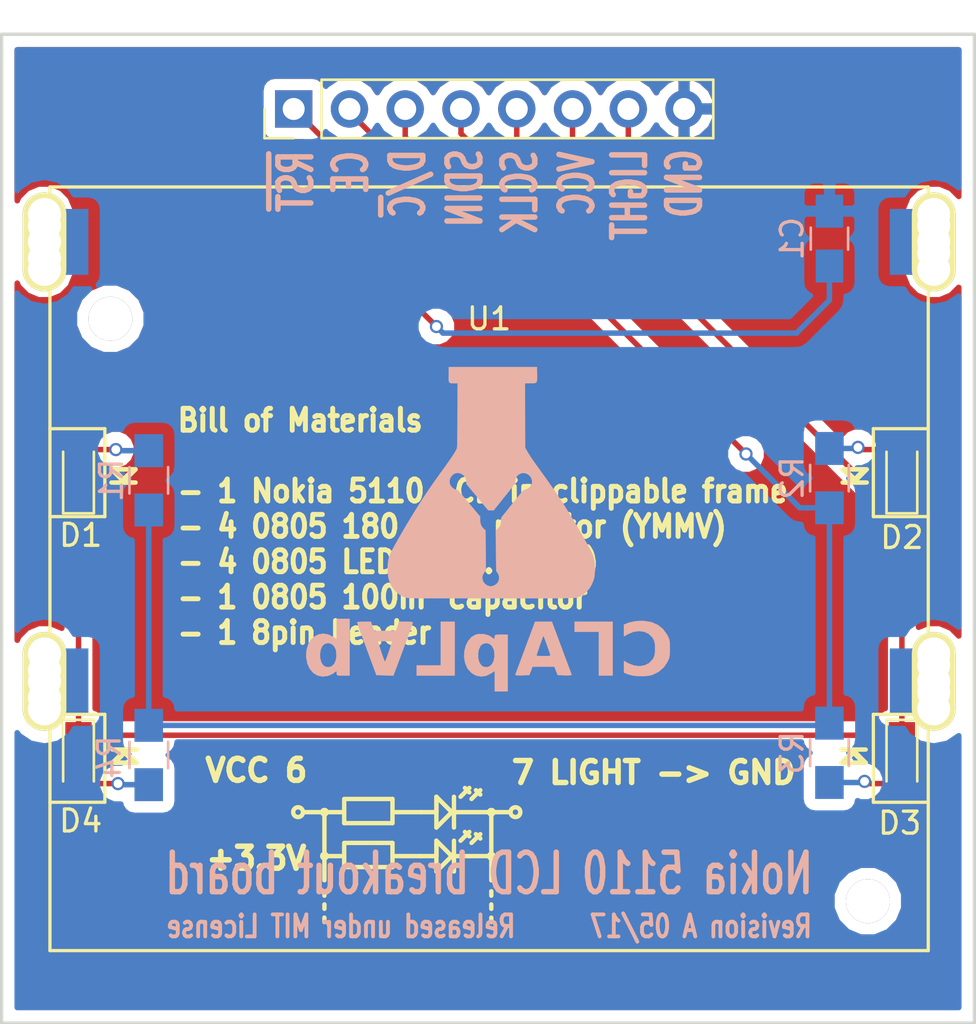
<source format=kicad_pcb>
(kicad_pcb (version 4) (host pcbnew 4.0.2+e4-6225~38~ubuntu15.10.1-stable)

  (general
    (links 22)
    (no_connects 0)
    (area 149.424999 65.824999 193.875001 110.975001)
    (thickness 1.6)
    (drawings 98)
    (tracks 73)
    (zones 0)
    (modules 13)
    (nets 14)
  )

  (page A4)
  (layers
    (0 F.Cu signal)
    (31 B.Cu signal)
    (32 B.Adhes user)
    (33 F.Adhes user)
    (34 B.Paste user)
    (35 F.Paste user)
    (36 B.SilkS user)
    (37 F.SilkS user)
    (38 B.Mask user)
    (39 F.Mask user)
    (40 Dwgs.User user)
    (41 Cmts.User user)
    (42 Eco1.User user)
    (43 Eco2.User user)
    (44 Edge.Cuts user)
    (45 Margin user)
    (46 B.CrtYd user)
    (47 F.CrtYd user)
    (48 B.Fab user)
    (49 F.Fab user)
  )

  (setup
    (last_trace_width 0.25)
    (trace_clearance 0.2)
    (zone_clearance 0.508)
    (zone_45_only no)
    (trace_min 0.2)
    (segment_width 0.2)
    (edge_width 0.15)
    (via_size 0.6)
    (via_drill 0.4)
    (via_min_size 0.4)
    (via_min_drill 0.3)
    (uvia_size 0.3)
    (uvia_drill 0.1)
    (uvias_allowed no)
    (uvia_min_size 0.2)
    (uvia_min_drill 0.1)
    (pcb_text_width 0.3)
    (pcb_text_size 1.5 1.5)
    (mod_edge_width 0.15)
    (mod_text_size 1 1)
    (mod_text_width 0.15)
    (pad_size 1.524 1.524)
    (pad_drill 0.762)
    (pad_to_mask_clearance 0.2)
    (aux_axis_origin 0 0)
    (visible_elements FFFFFF7F)
    (pcbplotparams
      (layerselection 0x010f0_80000001)
      (usegerberextensions true)
      (excludeedgelayer true)
      (linewidth 0.100000)
      (plotframeref false)
      (viasonmask false)
      (mode 1)
      (useauxorigin false)
      (hpglpennumber 1)
      (hpglpenspeed 20)
      (hpglpendiameter 15)
      (hpglpenoverlay 2)
      (psnegative false)
      (psa4output false)
      (plotreference true)
      (plotvalue true)
      (plotinvisibletext false)
      (padsonsilk false)
      (subtractmaskfromsilk false)
      (outputformat 1)
      (mirror false)
      (drillshape 0)
      (scaleselection 1)
      (outputdirectory Gerber2/))
  )

  (net 0 "")
  (net 1 "Net-(C1-Pad1)")
  (net 2 GND)
  (net 3 "Net-(D1-Pad2)")
  (net 4 "Net-(D1-Pad1)")
  (net 5 "Net-(D2-Pad2)")
  (net 6 "Net-(D3-Pad2)")
  (net 7 "Net-(D4-Pad2)")
  (net 8 "Net-(P1-Pad1)")
  (net 9 "Net-(P1-Pad2)")
  (net 10 "Net-(P1-Pad3)")
  (net 11 "Net-(P1-Pad4)")
  (net 12 "Net-(P1-Pad5)")
  (net 13 "Net-(P1-Pad6)")

  (net_class Default "This is the default net class."
    (clearance 0.2)
    (trace_width 0.25)
    (via_dia 0.6)
    (via_drill 0.4)
    (uvia_dia 0.3)
    (uvia_drill 0.1)
    (add_net GND)
    (add_net "Net-(C1-Pad1)")
    (add_net "Net-(D1-Pad1)")
    (add_net "Net-(D1-Pad2)")
    (add_net "Net-(D2-Pad2)")
    (add_net "Net-(D3-Pad2)")
    (add_net "Net-(D4-Pad2)")
    (add_net "Net-(P1-Pad1)")
    (add_net "Net-(P1-Pad2)")
    (add_net "Net-(P1-Pad3)")
    (add_net "Net-(P1-Pad4)")
    (add_net "Net-(P1-Pad5)")
    (add_net "Net-(P1-Pad6)")
  )

  (module Capacitors_SMD:C_0805_HandSoldering (layer B.Cu) (tedit 58F0EF35) (tstamp 58F0D8AA)
    (at 187.2 75.2 90)
    (descr "Capacitor SMD 0805, hand soldering")
    (tags "capacitor 0805")
    (path /58F0CDCD)
    (attr smd)
    (fp_text reference C1 (at 0 -1.7 90) (layer B.SilkS)
      (effects (font (size 1 1) (thickness 0.15)) (justify mirror))
    )
    (fp_text value 100n (at 0 -1.75 90) (layer B.Fab)
      (effects (font (size 1 1) (thickness 0.15)) (justify mirror))
    )
    (fp_text user %R (at 0 1.75 90) (layer B.Fab)
      (effects (font (size 1 1) (thickness 0.15)) (justify mirror))
    )
    (fp_line (start -1 -0.62) (end -1 0.62) (layer B.Fab) (width 0.1))
    (fp_line (start 1 -0.62) (end -1 -0.62) (layer B.Fab) (width 0.1))
    (fp_line (start 1 0.62) (end 1 -0.62) (layer B.Fab) (width 0.1))
    (fp_line (start -1 0.62) (end 1 0.62) (layer B.Fab) (width 0.1))
    (fp_line (start 0.5 0.85) (end -0.5 0.85) (layer B.SilkS) (width 0.12))
    (fp_line (start -0.5 -0.85) (end 0.5 -0.85) (layer B.SilkS) (width 0.12))
    (fp_line (start -2.25 0.88) (end 2.25 0.88) (layer B.CrtYd) (width 0.05))
    (fp_line (start -2.25 0.88) (end -2.25 -0.87) (layer B.CrtYd) (width 0.05))
    (fp_line (start 2.25 -0.87) (end 2.25 0.88) (layer B.CrtYd) (width 0.05))
    (fp_line (start 2.25 -0.87) (end -2.25 -0.87) (layer B.CrtYd) (width 0.05))
    (pad 1 smd rect (at -1.25 0 90) (size 1.5 1.25) (layers B.Cu B.Paste B.Mask)
      (net 1 "Net-(C1-Pad1)"))
    (pad 2 smd rect (at 1.25 0 90) (size 1.5 1.25) (layers B.Cu B.Paste B.Mask)
      (net 2 GND))
    (model Capacitors_SMD.3dshapes/C_0805.wrl
      (at (xyz 0 0 0))
      (scale (xyz 1 1 1))
      (rotate (xyz 0 0 0))
    )
  )

  (module LEDs:LED_0805 (layer F.Cu) (tedit 58F0EE86) (tstamp 58F0D8B0)
    (at 153 85.9 90)
    (descr "LED 0805 smd package")
    (tags "LED led 0805 SMD smd SMT smt smdled SMDLED smtled SMTLED")
    (path /58F0E951)
    (attr smd)
    (fp_text reference D1 (at -2.8 0.1 180) (layer F.SilkS)
      (effects (font (size 1 1) (thickness 0.15)))
    )
    (fp_text value LED (at 0 1.55 90) (layer F.Fab)
      (effects (font (size 1 1) (thickness 0.15)))
    )
    (fp_line (start -1.8 -0.7) (end -1.8 0.7) (layer F.SilkS) (width 0.12))
    (fp_line (start -0.4 -0.4) (end -0.4 0.4) (layer F.Fab) (width 0.1))
    (fp_line (start -0.4 0) (end 0.2 -0.4) (layer F.Fab) (width 0.1))
    (fp_line (start 0.2 0.4) (end -0.4 0) (layer F.Fab) (width 0.1))
    (fp_line (start 0.2 -0.4) (end 0.2 0.4) (layer F.Fab) (width 0.1))
    (fp_line (start 1 0.6) (end -1 0.6) (layer F.Fab) (width 0.1))
    (fp_line (start 1 -0.6) (end 1 0.6) (layer F.Fab) (width 0.1))
    (fp_line (start -1 -0.6) (end 1 -0.6) (layer F.Fab) (width 0.1))
    (fp_line (start -1 0.6) (end -1 -0.6) (layer F.Fab) (width 0.1))
    (fp_line (start -1.8 0.7) (end 1 0.7) (layer F.SilkS) (width 0.12))
    (fp_line (start -1.8 -0.7) (end 1 -0.7) (layer F.SilkS) (width 0.12))
    (fp_line (start 1.95 -0.85) (end 1.95 0.85) (layer F.CrtYd) (width 0.05))
    (fp_line (start 1.95 0.85) (end -1.95 0.85) (layer F.CrtYd) (width 0.05))
    (fp_line (start -1.95 0.85) (end -1.95 -0.85) (layer F.CrtYd) (width 0.05))
    (fp_line (start -1.95 -0.85) (end 1.95 -0.85) (layer F.CrtYd) (width 0.05))
    (pad 2 smd rect (at 1.1 0 270) (size 1.2 1.2) (layers F.Cu F.Paste F.Mask)
      (net 3 "Net-(D1-Pad2)"))
    (pad 1 smd rect (at -1.1 0 270) (size 1.2 1.2) (layers F.Cu F.Paste F.Mask)
      (net 4 "Net-(D1-Pad1)"))
    (model LEDs.3dshapes/LED_0805.wrl
      (at (xyz 0 0 0))
      (scale (xyz 1 1 1))
      (rotate (xyz 0 0 180))
    )
  )

  (module LEDs:LED_0805 (layer F.Cu) (tedit 58F0EE9D) (tstamp 58F0D8B6)
    (at 190.5 85.9 90)
    (descr "LED 0805 smd package")
    (tags "LED led 0805 SMD smd SMT smt smdled SMDLED smtled SMTLED")
    (path /58F0E944)
    (attr smd)
    (fp_text reference D2 (at -2.9 0 180) (layer F.SilkS)
      (effects (font (size 1 1) (thickness 0.15)))
    )
    (fp_text value LED (at 0 1.55 90) (layer F.Fab)
      (effects (font (size 1 1) (thickness 0.15)))
    )
    (fp_line (start -1.8 -0.7) (end -1.8 0.7) (layer F.SilkS) (width 0.12))
    (fp_line (start -0.4 -0.4) (end -0.4 0.4) (layer F.Fab) (width 0.1))
    (fp_line (start -0.4 0) (end 0.2 -0.4) (layer F.Fab) (width 0.1))
    (fp_line (start 0.2 0.4) (end -0.4 0) (layer F.Fab) (width 0.1))
    (fp_line (start 0.2 -0.4) (end 0.2 0.4) (layer F.Fab) (width 0.1))
    (fp_line (start 1 0.6) (end -1 0.6) (layer F.Fab) (width 0.1))
    (fp_line (start 1 -0.6) (end 1 0.6) (layer F.Fab) (width 0.1))
    (fp_line (start -1 -0.6) (end 1 -0.6) (layer F.Fab) (width 0.1))
    (fp_line (start -1 0.6) (end -1 -0.6) (layer F.Fab) (width 0.1))
    (fp_line (start -1.8 0.7) (end 1 0.7) (layer F.SilkS) (width 0.12))
    (fp_line (start -1.8 -0.7) (end 1 -0.7) (layer F.SilkS) (width 0.12))
    (fp_line (start 1.95 -0.85) (end 1.95 0.85) (layer F.CrtYd) (width 0.05))
    (fp_line (start 1.95 0.85) (end -1.95 0.85) (layer F.CrtYd) (width 0.05))
    (fp_line (start -1.95 0.85) (end -1.95 -0.85) (layer F.CrtYd) (width 0.05))
    (fp_line (start -1.95 -0.85) (end 1.95 -0.85) (layer F.CrtYd) (width 0.05))
    (pad 2 smd rect (at 1.1 0 270) (size 1.2 1.2) (layers F.Cu F.Paste F.Mask)
      (net 5 "Net-(D2-Pad2)"))
    (pad 1 smd rect (at -1.1 0 270) (size 1.2 1.2) (layers F.Cu F.Paste F.Mask)
      (net 4 "Net-(D1-Pad1)"))
    (model LEDs.3dshapes/LED_0805.wrl
      (at (xyz 0 0 0))
      (scale (xyz 1 1 1))
      (rotate (xyz 0 0 180))
    )
  )

  (module LEDs:LED_0805 (layer F.Cu) (tedit 58F0EEA8) (tstamp 58F0D8BC)
    (at 190.5 98.9 270)
    (descr "LED 0805 smd package")
    (tags "LED led 0805 SMD smd SMT smt smdled SMDLED smtled SMTLED")
    (path /58F0E8AD)
    (attr smd)
    (fp_text reference D3 (at 2.9 0.1 360) (layer F.SilkS)
      (effects (font (size 1 1) (thickness 0.15)))
    )
    (fp_text value LED (at 0 1.55 270) (layer F.Fab)
      (effects (font (size 1 1) (thickness 0.15)))
    )
    (fp_line (start -1.8 -0.7) (end -1.8 0.7) (layer F.SilkS) (width 0.12))
    (fp_line (start -0.4 -0.4) (end -0.4 0.4) (layer F.Fab) (width 0.1))
    (fp_line (start -0.4 0) (end 0.2 -0.4) (layer F.Fab) (width 0.1))
    (fp_line (start 0.2 0.4) (end -0.4 0) (layer F.Fab) (width 0.1))
    (fp_line (start 0.2 -0.4) (end 0.2 0.4) (layer F.Fab) (width 0.1))
    (fp_line (start 1 0.6) (end -1 0.6) (layer F.Fab) (width 0.1))
    (fp_line (start 1 -0.6) (end 1 0.6) (layer F.Fab) (width 0.1))
    (fp_line (start -1 -0.6) (end 1 -0.6) (layer F.Fab) (width 0.1))
    (fp_line (start -1 0.6) (end -1 -0.6) (layer F.Fab) (width 0.1))
    (fp_line (start -1.8 0.7) (end 1 0.7) (layer F.SilkS) (width 0.12))
    (fp_line (start -1.8 -0.7) (end 1 -0.7) (layer F.SilkS) (width 0.12))
    (fp_line (start 1.95 -0.85) (end 1.95 0.85) (layer F.CrtYd) (width 0.05))
    (fp_line (start 1.95 0.85) (end -1.95 0.85) (layer F.CrtYd) (width 0.05))
    (fp_line (start -1.95 0.85) (end -1.95 -0.85) (layer F.CrtYd) (width 0.05))
    (fp_line (start -1.95 -0.85) (end 1.95 -0.85) (layer F.CrtYd) (width 0.05))
    (pad 2 smd rect (at 1.1 0 90) (size 1.2 1.2) (layers F.Cu F.Paste F.Mask)
      (net 6 "Net-(D3-Pad2)"))
    (pad 1 smd rect (at -1.1 0 90) (size 1.2 1.2) (layers F.Cu F.Paste F.Mask)
      (net 4 "Net-(D1-Pad1)"))
    (model LEDs.3dshapes/LED_0805.wrl
      (at (xyz 0 0 0))
      (scale (xyz 1 1 1))
      (rotate (xyz 0 0 180))
    )
  )

  (module LEDs:LED_0805 (layer F.Cu) (tedit 58F0EE90) (tstamp 58F0D8C2)
    (at 153 98.9 270)
    (descr "LED 0805 smd package")
    (tags "LED led 0805 SMD smd SMT smt smdled SMDLED smtled SMTLED")
    (path /58F0CEAE)
    (attr smd)
    (fp_text reference D4 (at 2.8 -0.1 360) (layer F.SilkS)
      (effects (font (size 1 1) (thickness 0.15)))
    )
    (fp_text value LED (at 0 1.55 270) (layer F.Fab)
      (effects (font (size 1 1) (thickness 0.15)))
    )
    (fp_line (start -1.8 -0.7) (end -1.8 0.7) (layer F.SilkS) (width 0.12))
    (fp_line (start -0.4 -0.4) (end -0.4 0.4) (layer F.Fab) (width 0.1))
    (fp_line (start -0.4 0) (end 0.2 -0.4) (layer F.Fab) (width 0.1))
    (fp_line (start 0.2 0.4) (end -0.4 0) (layer F.Fab) (width 0.1))
    (fp_line (start 0.2 -0.4) (end 0.2 0.4) (layer F.Fab) (width 0.1))
    (fp_line (start 1 0.6) (end -1 0.6) (layer F.Fab) (width 0.1))
    (fp_line (start 1 -0.6) (end 1 0.6) (layer F.Fab) (width 0.1))
    (fp_line (start -1 -0.6) (end 1 -0.6) (layer F.Fab) (width 0.1))
    (fp_line (start -1 0.6) (end -1 -0.6) (layer F.Fab) (width 0.1))
    (fp_line (start -1.8 0.7) (end 1 0.7) (layer F.SilkS) (width 0.12))
    (fp_line (start -1.8 -0.7) (end 1 -0.7) (layer F.SilkS) (width 0.12))
    (fp_line (start 1.95 -0.85) (end 1.95 0.85) (layer F.CrtYd) (width 0.05))
    (fp_line (start 1.95 0.85) (end -1.95 0.85) (layer F.CrtYd) (width 0.05))
    (fp_line (start -1.95 0.85) (end -1.95 -0.85) (layer F.CrtYd) (width 0.05))
    (fp_line (start -1.95 -0.85) (end 1.95 -0.85) (layer F.CrtYd) (width 0.05))
    (pad 2 smd rect (at 1.1 0 90) (size 1.2 1.2) (layers F.Cu F.Paste F.Mask)
      (net 7 "Net-(D4-Pad2)"))
    (pad 1 smd rect (at -1.1 0 90) (size 1.2 1.2) (layers F.Cu F.Paste F.Mask)
      (net 4 "Net-(D1-Pad1)"))
    (model LEDs.3dshapes/LED_0805.wrl
      (at (xyz 0 0 0))
      (scale (xyz 1 1 1))
      (rotate (xyz 0 0 180))
    )
  )

  (module Pin_Headers:Pin_Header_Straight_1x08_Pitch2.54mm (layer F.Cu) (tedit 58F0EF6A) (tstamp 58F0D8CE)
    (at 162.8 69.3 90)
    (descr "Through hole straight pin header, 1x08, 2.54mm pitch, single row")
    (tags "Through hole pin header THT 1x08 2.54mm single row")
    (path /58F0CC79)
    (fp_text reference P1 (at 0 -2.33 90) (layer F.SilkS) hide
      (effects (font (size 1 1) (thickness 0.15)))
    )
    (fp_text value CONN_01X08 (at 0 20.11 90) (layer F.Fab)
      (effects (font (size 1 1) (thickness 0.15)))
    )
    (fp_line (start -1.27 -1.27) (end -1.27 19.05) (layer F.Fab) (width 0.1))
    (fp_line (start -1.27 19.05) (end 1.27 19.05) (layer F.Fab) (width 0.1))
    (fp_line (start 1.27 19.05) (end 1.27 -1.27) (layer F.Fab) (width 0.1))
    (fp_line (start 1.27 -1.27) (end -1.27 -1.27) (layer F.Fab) (width 0.1))
    (fp_line (start -1.33 1.27) (end -1.33 19.11) (layer F.SilkS) (width 0.12))
    (fp_line (start -1.33 19.11) (end 1.33 19.11) (layer F.SilkS) (width 0.12))
    (fp_line (start 1.33 19.11) (end 1.33 1.27) (layer F.SilkS) (width 0.12))
    (fp_line (start 1.33 1.27) (end -1.33 1.27) (layer F.SilkS) (width 0.12))
    (fp_line (start -1.33 0) (end -1.33 -1.33) (layer F.SilkS) (width 0.12))
    (fp_line (start -1.33 -1.33) (end 0 -1.33) (layer F.SilkS) (width 0.12))
    (fp_line (start -1.8 -1.8) (end -1.8 19.55) (layer F.CrtYd) (width 0.05))
    (fp_line (start -1.8 19.55) (end 1.8 19.55) (layer F.CrtYd) (width 0.05))
    (fp_line (start 1.8 19.55) (end 1.8 -1.8) (layer F.CrtYd) (width 0.05))
    (fp_line (start 1.8 -1.8) (end -1.8 -1.8) (layer F.CrtYd) (width 0.05))
    (fp_text user %R (at 0 -2.33 90) (layer F.Fab)
      (effects (font (size 1 1) (thickness 0.15)))
    )
    (pad 1 thru_hole rect (at 0 0 90) (size 1.7 1.7) (drill 1) (layers *.Cu *.Mask)
      (net 8 "Net-(P1-Pad1)"))
    (pad 2 thru_hole oval (at 0 2.54 90) (size 1.7 1.7) (drill 1) (layers *.Cu *.Mask)
      (net 9 "Net-(P1-Pad2)"))
    (pad 3 thru_hole oval (at 0 5.08 90) (size 1.7 1.7) (drill 1) (layers *.Cu *.Mask)
      (net 10 "Net-(P1-Pad3)"))
    (pad 4 thru_hole oval (at 0 7.62 90) (size 1.7 1.7) (drill 1) (layers *.Cu *.Mask)
      (net 11 "Net-(P1-Pad4)"))
    (pad 5 thru_hole oval (at 0 10.16 90) (size 1.7 1.7) (drill 1) (layers *.Cu *.Mask)
      (net 12 "Net-(P1-Pad5)"))
    (pad 6 thru_hole oval (at 0 12.7 90) (size 1.7 1.7) (drill 1) (layers *.Cu *.Mask)
      (net 13 "Net-(P1-Pad6)"))
    (pad 7 thru_hole oval (at 0 15.24 90) (size 1.7 1.7) (drill 1) (layers *.Cu *.Mask)
      (net 4 "Net-(D1-Pad1)"))
    (pad 8 thru_hole oval (at 0 17.78 90) (size 1.7 1.7) (drill 1) (layers *.Cu *.Mask)
      (net 2 GND))
    (model ${KISYS3DMOD}/Pin_Headers.3dshapes/Pin_Header_Straight_1x08_Pitch2.54mm.wrl
      (at (xyz 0 -0.35 0))
      (scale (xyz 1 1 1))
      (rotate (xyz 0 0 90))
    )
  )

  (module Resistors_SMD:R_0805_HandSoldering (layer B.Cu) (tedit 58E0A804) (tstamp 58F0D8D4)
    (at 156.2 86.2 270)
    (descr "Resistor SMD 0805, hand soldering")
    (tags "resistor 0805")
    (path /58F0E94B)
    (attr smd)
    (fp_text reference R1 (at 0 1.7 270) (layer B.SilkS)
      (effects (font (size 1 1) (thickness 0.15)) (justify mirror))
    )
    (fp_text value R (at 0 -1.75 270) (layer B.Fab)
      (effects (font (size 1 1) (thickness 0.15)) (justify mirror))
    )
    (fp_text user %R (at 0 0 270) (layer B.Fab)
      (effects (font (size 0.5 0.5) (thickness 0.075)) (justify mirror))
    )
    (fp_line (start -1 -0.62) (end -1 0.62) (layer B.Fab) (width 0.1))
    (fp_line (start 1 -0.62) (end -1 -0.62) (layer B.Fab) (width 0.1))
    (fp_line (start 1 0.62) (end 1 -0.62) (layer B.Fab) (width 0.1))
    (fp_line (start -1 0.62) (end 1 0.62) (layer B.Fab) (width 0.1))
    (fp_line (start 0.6 -0.88) (end -0.6 -0.88) (layer B.SilkS) (width 0.12))
    (fp_line (start -0.6 0.88) (end 0.6 0.88) (layer B.SilkS) (width 0.12))
    (fp_line (start -2.35 0.9) (end 2.35 0.9) (layer B.CrtYd) (width 0.05))
    (fp_line (start -2.35 0.9) (end -2.35 -0.9) (layer B.CrtYd) (width 0.05))
    (fp_line (start 2.35 -0.9) (end 2.35 0.9) (layer B.CrtYd) (width 0.05))
    (fp_line (start 2.35 -0.9) (end -2.35 -0.9) (layer B.CrtYd) (width 0.05))
    (pad 1 smd rect (at -1.35 0 270) (size 1.5 1.3) (layers B.Cu B.Paste B.Mask)
      (net 3 "Net-(D1-Pad2)"))
    (pad 2 smd rect (at 1.35 0 270) (size 1.5 1.3) (layers B.Cu B.Paste B.Mask)
      (net 13 "Net-(P1-Pad6)"))
    (model ${KISYS3DMOD}/Resistors_SMD.3dshapes/R_0805.wrl
      (at (xyz 0 0 0))
      (scale (xyz 1 1 1))
      (rotate (xyz 0 0 0))
    )
  )

  (module Resistors_SMD:R_0805_HandSoldering (layer B.Cu) (tedit 58E0A804) (tstamp 58F0D8DA)
    (at 187.2 86.1 270)
    (descr "Resistor SMD 0805, hand soldering")
    (tags "resistor 0805")
    (path /58F0E93E)
    (attr smd)
    (fp_text reference R2 (at 0 1.7 270) (layer B.SilkS)
      (effects (font (size 1 1) (thickness 0.15)) (justify mirror))
    )
    (fp_text value R (at 0 -1.75 270) (layer B.Fab)
      (effects (font (size 1 1) (thickness 0.15)) (justify mirror))
    )
    (fp_text user %R (at 0 0 270) (layer B.Fab)
      (effects (font (size 0.5 0.5) (thickness 0.075)) (justify mirror))
    )
    (fp_line (start -1 -0.62) (end -1 0.62) (layer B.Fab) (width 0.1))
    (fp_line (start 1 -0.62) (end -1 -0.62) (layer B.Fab) (width 0.1))
    (fp_line (start 1 0.62) (end 1 -0.62) (layer B.Fab) (width 0.1))
    (fp_line (start -1 0.62) (end 1 0.62) (layer B.Fab) (width 0.1))
    (fp_line (start 0.6 -0.88) (end -0.6 -0.88) (layer B.SilkS) (width 0.12))
    (fp_line (start -0.6 0.88) (end 0.6 0.88) (layer B.SilkS) (width 0.12))
    (fp_line (start -2.35 0.9) (end 2.35 0.9) (layer B.CrtYd) (width 0.05))
    (fp_line (start -2.35 0.9) (end -2.35 -0.9) (layer B.CrtYd) (width 0.05))
    (fp_line (start 2.35 -0.9) (end 2.35 0.9) (layer B.CrtYd) (width 0.05))
    (fp_line (start 2.35 -0.9) (end -2.35 -0.9) (layer B.CrtYd) (width 0.05))
    (pad 1 smd rect (at -1.35 0 270) (size 1.5 1.3) (layers B.Cu B.Paste B.Mask)
      (net 5 "Net-(D2-Pad2)"))
    (pad 2 smd rect (at 1.35 0 270) (size 1.5 1.3) (layers B.Cu B.Paste B.Mask)
      (net 13 "Net-(P1-Pad6)"))
    (model ${KISYS3DMOD}/Resistors_SMD.3dshapes/R_0805.wrl
      (at (xyz 0 0 0))
      (scale (xyz 1 1 1))
      (rotate (xyz 0 0 0))
    )
  )

  (module Resistors_SMD:R_0805_HandSoldering (layer B.Cu) (tedit 58F0EEF6) (tstamp 58F0D8E0)
    (at 187.2 98.6 90)
    (descr "Resistor SMD 0805, hand soldering")
    (tags "resistor 0805")
    (path /58F0E8A7)
    (attr smd)
    (fp_text reference R3 (at 0 -1.7 90) (layer B.SilkS)
      (effects (font (size 1 1) (thickness 0.15)) (justify mirror))
    )
    (fp_text value R (at 0 -1.75 90) (layer B.Fab)
      (effects (font (size 1 1) (thickness 0.15)) (justify mirror))
    )
    (fp_text user %R (at 0 0 90) (layer B.Fab)
      (effects (font (size 0.5 0.5) (thickness 0.075)) (justify mirror))
    )
    (fp_line (start -1 -0.62) (end -1 0.62) (layer B.Fab) (width 0.1))
    (fp_line (start 1 -0.62) (end -1 -0.62) (layer B.Fab) (width 0.1))
    (fp_line (start 1 0.62) (end 1 -0.62) (layer B.Fab) (width 0.1))
    (fp_line (start -1 0.62) (end 1 0.62) (layer B.Fab) (width 0.1))
    (fp_line (start 0.6 -0.88) (end -0.6 -0.88) (layer B.SilkS) (width 0.12))
    (fp_line (start -0.6 0.88) (end 0.6 0.88) (layer B.SilkS) (width 0.12))
    (fp_line (start -2.35 0.9) (end 2.35 0.9) (layer B.CrtYd) (width 0.05))
    (fp_line (start -2.35 0.9) (end -2.35 -0.9) (layer B.CrtYd) (width 0.05))
    (fp_line (start 2.35 -0.9) (end 2.35 0.9) (layer B.CrtYd) (width 0.05))
    (fp_line (start 2.35 -0.9) (end -2.35 -0.9) (layer B.CrtYd) (width 0.05))
    (pad 1 smd rect (at -1.35 0 90) (size 1.5 1.3) (layers B.Cu B.Paste B.Mask)
      (net 6 "Net-(D3-Pad2)"))
    (pad 2 smd rect (at 1.35 0 90) (size 1.5 1.3) (layers B.Cu B.Paste B.Mask)
      (net 13 "Net-(P1-Pad6)"))
    (model ${KISYS3DMOD}/Resistors_SMD.3dshapes/R_0805.wrl
      (at (xyz 0 0 0))
      (scale (xyz 1 1 1))
      (rotate (xyz 0 0 0))
    )
  )

  (module Resistors_SMD:R_0805_HandSoldering (layer B.Cu) (tedit 58F0EF18) (tstamp 58F0D8E6)
    (at 156.2 98.7 90)
    (descr "Resistor SMD 0805, hand soldering")
    (tags "resistor 0805")
    (path /58F0CE41)
    (attr smd)
    (fp_text reference R4 (at -0.1 -1.8 90) (layer B.SilkS)
      (effects (font (size 1 1) (thickness 0.15)) (justify mirror))
    )
    (fp_text value R (at 0 -1.75 90) (layer B.Fab)
      (effects (font (size 1 1) (thickness 0.15)) (justify mirror))
    )
    (fp_text user %R (at 0 0 90) (layer B.Fab)
      (effects (font (size 0.5 0.5) (thickness 0.075)) (justify mirror))
    )
    (fp_line (start -1 -0.62) (end -1 0.62) (layer B.Fab) (width 0.1))
    (fp_line (start 1 -0.62) (end -1 -0.62) (layer B.Fab) (width 0.1))
    (fp_line (start 1 0.62) (end 1 -0.62) (layer B.Fab) (width 0.1))
    (fp_line (start -1 0.62) (end 1 0.62) (layer B.Fab) (width 0.1))
    (fp_line (start 0.6 -0.88) (end -0.6 -0.88) (layer B.SilkS) (width 0.12))
    (fp_line (start -0.6 0.88) (end 0.6 0.88) (layer B.SilkS) (width 0.12))
    (fp_line (start -2.35 0.9) (end 2.35 0.9) (layer B.CrtYd) (width 0.05))
    (fp_line (start -2.35 0.9) (end -2.35 -0.9) (layer B.CrtYd) (width 0.05))
    (fp_line (start 2.35 -0.9) (end 2.35 0.9) (layer B.CrtYd) (width 0.05))
    (fp_line (start 2.35 -0.9) (end -2.35 -0.9) (layer B.CrtYd) (width 0.05))
    (pad 1 smd rect (at -1.35 0 90) (size 1.5 1.3) (layers B.Cu B.Paste B.Mask)
      (net 7 "Net-(D4-Pad2)"))
    (pad 2 smd rect (at 1.35 0 90) (size 1.5 1.3) (layers B.Cu B.Paste B.Mask)
      (net 13 "Net-(P1-Pad6)"))
    (model ${KISYS3DMOD}/Resistors_SMD.3dshapes/R_0805.wrl
      (at (xyz 0 0 0))
      (scale (xyz 1 1 1))
      (rotate (xyz 0 0 0))
    )
  )

  (module Artwork_4chord-midi:craplab-flask (layer B.Cu) (tedit 0) (tstamp 58F10A2A)
    (at 171.8 86.3 180)
    (fp_text reference G*** (at 0 0 180) (layer B.SilkS) hide
      (effects (font (thickness 0.3)) (justify mirror))
    )
    (fp_text value LOGO (at 0.75 0 180) (layer B.SilkS) hide
      (effects (font (thickness 0.3)) (justify mirror))
    )
    (fp_poly (pts (xy 1.939517 4.92546) (xy 1.941552 4.785116) (xy 1.940016 4.68113) (xy 1.931801 4.608051)
      (xy 1.913797 4.560431) (xy 1.882898 4.532818) (xy 1.835996 4.519762) (xy 1.769982 4.515814)
      (xy 1.705772 4.515551) (xy 1.536543 4.515546) (xy 1.540035 3.060692) (xy 1.540907 2.763942)
      (xy 1.542034 2.50646) (xy 1.543466 2.285706) (xy 1.545255 2.099137) (xy 1.547452 1.944212)
      (xy 1.550109 1.818389) (xy 1.553276 1.719127) (xy 1.557005 1.643885) (xy 1.561347 1.59012)
      (xy 1.566353 1.555291) (xy 1.57067 1.539832) (xy 1.608585 1.463004) (xy 1.670765 1.356739)
      (xy 1.755208 1.224136) (xy 1.859917 1.068289) (xy 1.982889 0.892295) (xy 2.045449 0.804856)
      (xy 2.134698 0.680938) (xy 2.239855 0.53488) (xy 2.352419 0.37849) (xy 2.463891 0.223576)
      (xy 2.565773 0.081947) (xy 2.572086 0.073169) (xy 2.803721 -0.257229) (xy 3.048342 -0.621958)
      (xy 3.303185 -1.016621) (xy 3.565482 -1.436818) (xy 3.832469 -1.878151) (xy 4.101378 -2.336221)
      (xy 4.248278 -2.592263) (xy 4.360207 -2.790032) (xy 4.452669 -2.957108) (xy 4.527513 -3.098765)
      (xy 4.58659 -3.220275) (xy 4.631751 -3.326913) (xy 4.664847 -3.423952) (xy 4.687728 -3.516666)
      (xy 4.702246 -3.610329) (xy 4.710251 -3.710214) (xy 4.713594 -3.821595) (xy 4.714156 -3.919753)
      (xy 4.712413 -4.076108) (xy 4.705732 -4.201548) (xy 4.691939 -4.306876) (xy 4.668857 -4.402897)
      (xy 4.63431 -4.500412) (xy 4.586122 -4.610228) (xy 4.566895 -4.650926) (xy 4.459991 -4.829489)
      (xy 4.32354 -4.984089) (xy 4.163052 -5.109866) (xy 3.98404 -5.201962) (xy 3.913832 -5.226646)
      (xy 3.896582 -5.231763) (xy 3.878193 -5.236441) (xy 3.856808 -5.240698) (xy 3.830568 -5.244554)
      (xy 3.797616 -5.248028) (xy 3.756093 -5.251138) (xy 3.704141 -5.253905) (xy 3.639902 -5.256347)
      (xy 3.561518 -5.258483) (xy 3.467131 -5.260333) (xy 3.354883 -5.261915) (xy 3.222915 -5.263249)
      (xy 3.069371 -5.264354) (xy 2.892391 -5.265248) (xy 2.690117 -5.265952) (xy 2.460692 -5.266484)
      (xy 2.202258 -5.266864) (xy 1.912955 -5.26711) (xy 1.590927 -5.267242) (xy 1.234315 -5.267278)
      (xy 0.841261 -5.267238) (xy 0.409908 -5.267142) (xy -0.007429 -5.267024) (xy -0.475544 -5.266868)
      (xy -0.903691 -5.266681) (xy -1.293713 -5.266444) (xy -1.64745 -5.266138) (xy -1.966746 -5.265745)
      (xy -2.253443 -5.265249) (xy -2.509384 -5.264629) (xy -2.736411 -5.263869) (xy -2.936365 -5.26295)
      (xy -3.11109 -5.261855) (xy -3.262428 -5.260564) (xy -3.392221 -5.259061) (xy -3.502312 -5.257326)
      (xy -3.594543 -5.255343) (xy -3.670756 -5.253092) (xy -3.732793 -5.250555) (xy -3.782498 -5.247716)
      (xy -3.821711 -5.244554) (xy -3.852277 -5.241054) (xy -3.876036 -5.237195) (xy -3.894832 -5.232961)
      (xy -3.909301 -5.228726) (xy -4.053176 -5.174016) (xy -4.172495 -5.107596) (xy -4.283785 -5.019227)
      (xy -4.348313 -4.956795) (xy -4.471568 -4.812541) (xy -4.56836 -4.654534) (xy -4.64542 -4.471181)
      (xy -4.66522 -4.411028) (xy -4.684377 -4.344709) (xy -4.69785 -4.282334) (xy -4.706602 -4.214265)
      (xy -4.711591 -4.130862) (xy -4.713778 -4.022486) (xy -4.714157 -3.919753) (xy -4.713347 -3.802346)
      (xy -4.70977 -3.698891) (xy -4.701707 -3.604743) (xy -4.687439 -3.515256) (xy -4.665246 -3.425786)
      (xy -4.63341 -3.331688) (xy -4.590211 -3.228317) (xy -4.53393 -3.111029) (xy -4.462847 -2.975178)
      (xy -4.375243 -2.816119) (xy -4.2694 -2.629208) (xy -4.176368 -2.466831) (xy -3.96729 -2.105315)
      (xy -3.772873 -1.774836) (xy -3.589038 -1.469059) (xy -3.411705 -1.181647) (xy -3.236793 -0.906261)
      (xy -3.060223 -0.636567) (xy -2.877914 -0.366226) (xy -2.685786 -0.088903) (xy -2.589123 0.04746)
      (xy -1.860117 0.04746) (xy -1.841225 -0.065495) (xy -1.787862 -0.168457) (xy -1.707344 -0.252805)
      (xy -1.606988 -0.309917) (xy -1.542134 -0.327235) (xy -1.520277 -0.331966) (xy -1.498378 -0.340945)
      (xy -1.473607 -0.35728) (xy -1.443137 -0.384076) (xy -1.404138 -0.424442) (xy -1.353781 -0.481484)
      (xy -1.289238 -0.558309) (xy -1.207678 -0.658025) (xy -1.106273 -0.783738) (xy -0.982193 -0.938555)
      (xy -0.958204 -0.968539) (xy -0.455582 -1.596841) (xy -0.451396 -1.744387) (xy -0.440615 -1.861934)
      (xy -0.411402 -1.95477) (xy -0.356962 -2.038224) (xy -0.289459 -2.109707) (xy -0.203161 -2.192631)
      (xy -0.213369 -3.112098) (xy -0.223578 -4.031565) (xy -0.2782 -4.09648) (xy -0.330121 -4.188195)
      (xy -0.353767 -4.297682) (xy -0.348924 -4.411715) (xy -0.315379 -4.517071) (xy -0.285773 -4.565022)
      (xy -0.213883 -4.634071) (xy -0.121337 -4.68855) (xy -0.024712 -4.719859) (xy 0.020905 -4.724133)
      (xy 0.087991 -4.714776) (xy 0.162383 -4.69214) (xy 0.17856 -4.685314) (xy 0.27837 -4.619578)
      (xy 0.353697 -4.528792) (xy 0.39944 -4.422211) (xy 0.410497 -4.309089) (xy 0.405864 -4.272953)
      (xy 0.386157 -4.213961) (xy 0.350204 -4.140957) (xy 0.319981 -4.091428) (xy 0.248119 -3.984642)
      (xy 0.254718 -3.079763) (xy 0.261316 -2.174883) (xy 0.337834 -2.111829) (xy 0.428245 -2.01255)
      (xy 0.484091 -1.891439) (xy 0.50609 -1.746765) (xy 0.506353 -1.705029) (xy 0.503391 -1.557448)
      (xy 0.999062 -0.963385) (xy 1.112632 -0.827832) (xy 1.218726 -0.702279) (xy 1.314166 -0.590405)
      (xy 1.395773 -0.49589) (xy 1.460368 -0.422415) (xy 1.504775 -0.373659) (xy 1.525813 -0.353303)
      (xy 1.52609 -0.353148) (xy 1.570792 -0.336323) (xy 1.610953 -0.325879) (xy 1.696959 -0.290877)
      (xy 1.781062 -0.22754) (xy 1.848534 -0.14733) (xy 1.855896 -0.135266) (xy 1.895279 -0.029814)
      (xy 1.899359 0.080342) (xy 1.872346 0.187683) (xy 1.818455 0.28469) (xy 1.741896 0.363843)
      (xy 1.646882 0.417625) (xy 1.537625 0.438515) (xy 1.534436 0.438554) (xy 1.42374 0.421276)
      (xy 1.321869 0.372576) (xy 1.235503 0.299547) (xy 1.171325 0.209283) (xy 1.136016 0.108879)
      (xy 1.134698 0.014108) (xy 1.136914 -0.032423) (xy 1.122327 -0.074766) (xy 1.085066 -0.127109)
      (xy 1.067553 -0.148101) (xy 1.034696 -0.187131) (xy 0.979151 -0.253551) (xy 0.904916 -0.342564)
      (xy 0.815987 -0.449373) (xy 0.716359 -0.569178) (xy 0.61003 -0.697182) (xy 0.564643 -0.751865)
      (xy 0.140221 -1.263318) (xy 0.015656 -1.264944) (xy -0.10891 -1.26657) (xy -0.597994 -0.655119)
      (xy -0.723793 -0.497748) (xy -0.825929 -0.369425) (xy -0.906867 -0.266556) (xy -0.969072 -0.185549)
      (xy -1.015011 -0.12281) (xy -1.047149 -0.074745) (xy -1.06795 -0.037762) (xy -1.079881 -0.008268)
      (xy -1.085406 0.017332) (xy -1.086992 0.042629) (xy -1.087079 0.057695) (xy -1.105831 0.174966)
      (xy -1.157494 0.275895) (xy -1.235179 0.355841) (xy -1.331996 0.410159) (xy -1.441054 0.434206)
      (xy -1.555464 0.423339) (xy -1.604872 0.406657) (xy -1.708763 0.343494) (xy -1.79039 0.254549)
      (xy -1.843042 0.149266) (xy -1.860117 0.04746) (xy -2.589123 0.04746) (xy -2.479759 0.20174)
      (xy -2.278441 0.480823) (xy -2.131394 0.684133) (xy -2.007142 0.857913) (xy -1.903145 1.005895)
      (xy -1.816865 1.131811) (xy -1.74576 1.239391) (xy -1.687291 1.332369) (xy -1.638918 1.414474)
      (xy -1.620631 1.447291) (xy -1.543604 1.587998) (xy -1.540074 3.051772) (xy -1.536544 4.515547)
      (xy -1.776955 4.516208) (xy -1.884071 4.516933) (xy -1.96373 4.522025) (xy -2.019871 4.536869)
      (xy -2.056435 4.566848) (xy -2.077361 4.617347) (xy -2.086591 4.69375) (xy -2.088065 4.801442)
      (xy -2.085857 4.938321) (xy -2.080083 5.257696) (xy 1.933744 5.257696) (xy 1.939517 4.92546)) (layer B.SilkS) (width 0.01))
  )

  (module Artwork_4chord-midi:craplab (layer B.Cu) (tedit 0) (tstamp 58F10C10)
    (at 171.7 93.9 180)
    (fp_text reference G*** (at 0 0 180) (layer B.SilkS) hide
      (effects (font (thickness 0.3)) (justify mirror))
    )
    (fp_text value LOGO (at 0.75 0 180) (layer B.SilkS) hide
      (effects (font (thickness 0.3)) (justify mirror))
    )
    (fp_poly (pts (xy 0.621661 0.674514) (xy 0.810025 0.560454) (xy 0.959404 0.385665) (xy 1.06627 0.1663)
      (xy 1.127095 -0.081486) (xy 1.138351 -0.341539) (xy 1.09651 -0.597704) (xy 0.998044 -0.833828)
      (xy 0.963173 -0.889297) (xy 0.790418 -1.076376) (xy 0.583869 -1.190297) (xy 0.355952 -1.228837)
      (xy 0.119093 -1.189775) (xy -0.101576 -1.079656) (xy -0.254 -0.976218) (xy -0.254 -1.905)
      (xy -0.846667 -1.905) (xy -0.846667 -0.308159) (xy -0.245458 -0.308159) (xy -0.209826 -0.506054)
      (xy -0.132617 -0.661592) (xy -0.021653 -0.764806) (xy 0.115241 -0.805729) (xy 0.27024 -0.774395)
      (xy 0.3027 -0.758592) (xy 0.37659 -0.689391) (xy 0.442757 -0.581642) (xy 0.448084 -0.569452)
      (xy 0.496323 -0.385191) (xy 0.501859 -0.187724) (xy 0.468837 -0.000437) (xy 0.401404 0.153283)
      (xy 0.303705 0.250051) (xy 0.3027 0.250593) (xy 0.143589 0.295359) (xy -0.004367 0.264105)
      (xy -0.127179 0.165431) (xy -0.210855 0.007936) (xy -0.231686 -0.077874) (xy -0.245458 -0.308159)
      (xy -0.846667 -0.308159) (xy -0.846667 0.677333) (xy -0.550333 0.677333) (xy -0.395577 0.675952)
      (xy -0.307015 0.667135) (xy -0.266177 0.643879) (xy -0.254594 0.599177) (xy -0.254 0.564939)
      (xy -0.248889 0.488299) (xy -0.221065 0.485345) (xy -0.178368 0.520991) (xy 0.005809 0.637131)
      (xy 0.228799 0.702615) (xy 0.458424 0.71127) (xy 0.621661 0.674514)) (layer B.SilkS) (width 0.01))
    (fp_poly (pts (xy -6.819264 1.302089) (xy -6.632507 1.281664) (xy -6.452249 1.247694) (xy -6.31825 1.207791)
      (xy -6.138333 1.133807) (xy -6.138333 0.598627) (xy -6.325145 0.703038) (xy -6.57463 0.805129)
      (xy -6.824496 0.839789) (xy -7.059762 0.809224) (xy -7.265446 0.715642) (xy -7.426569 0.561248)
      (xy -7.44238 0.538463) (xy -7.503061 0.435041) (xy -7.537697 0.334453) (xy -7.553198 0.206658)
      (xy -7.5565 0.042333) (xy -7.552365 -0.136026) (xy -7.535354 -0.259971) (xy -7.498556 -0.359542)
      (xy -7.44238 -0.453796) (xy -7.28769 -0.615425) (xy -7.086617 -0.71651) (xy -6.854145 -0.754846)
      (xy -6.605253 -0.728225) (xy -6.354922 -0.63444) (xy -6.325145 -0.618371) (xy -6.138333 -0.51396)
      (xy -6.138333 -1.04914) (xy -6.31825 -1.123673) (xy -6.525655 -1.181781) (xy -6.779854 -1.212391)
      (xy -7.047299 -1.21472) (xy -7.294442 -1.187983) (xy -7.44199 -1.149936) (xy -7.72678 -1.010165)
      (xy -7.952865 -0.811886) (xy -8.106833 -0.589346) (xy -8.167416 -0.47235) (xy -8.204996 -0.370494)
      (xy -8.224976 -0.256918) (xy -8.232755 -0.104764) (xy -8.233833 0.042333) (xy -8.231437 0.238673)
      (xy -8.22064 0.37738) (xy -8.196034 0.485436) (xy -8.15221 0.589823) (xy -8.106833 0.675828)
      (xy -7.921438 0.931242) (xy -7.682911 1.122039) (xy -7.394811 1.246487) (xy -7.060697 1.302856)
      (xy -6.819264 1.302089)) (layer B.SilkS) (width 0.01))
    (fp_poly (pts (xy 6.942667 0.468218) (xy 7.095091 0.571656) (xy 7.326015 0.68663) (xy 7.552761 0.723729)
      (xy 7.766513 0.689621) (xy 7.958453 0.590971) (xy 8.119764 0.434446) (xy 8.24163 0.226711)
      (xy 8.315232 -0.025568) (xy 8.331754 -0.315725) (xy 8.328846 -0.361078) (xy 8.274537 -0.644236)
      (xy 8.166016 -0.879165) (xy 8.012226 -1.059294) (xy 7.822112 -1.178054) (xy 7.604617 -1.228877)
      (xy 7.368686 -1.205192) (xy 7.240259 -1.160633) (xy 7.12043 -1.099172) (xy 7.024629 -1.03449)
      (xy 7.018009 -1.028729) (xy 6.963543 -0.987097) (xy 6.944673 -1.011529) (xy 6.942667 -1.072939)
      (xy 6.939023 -1.131636) (xy 6.915778 -1.165226) (xy 6.854462 -1.180715) (xy 6.736604 -1.185108)
      (xy 6.646333 -1.185333) (xy 6.35 -1.185333) (xy 6.35 -0.308159) (xy 6.951209 -0.308159)
      (xy 6.98684 -0.506054) (xy 7.06405 -0.661592) (xy 7.175014 -0.764806) (xy 7.311907 -0.805729)
      (xy 7.466906 -0.774395) (xy 7.499367 -0.758592) (xy 7.573256 -0.689391) (xy 7.639424 -0.581642)
      (xy 7.64475 -0.569452) (xy 7.69299 -0.385191) (xy 7.698526 -0.187724) (xy 7.665504 -0.000437)
      (xy 7.59807 0.153283) (xy 7.500371 0.250051) (xy 7.499367 0.250593) (xy 7.340256 0.295359)
      (xy 7.1923 0.264105) (xy 7.069488 0.165431) (xy 6.985811 0.007936) (xy 6.964981 -0.077874)
      (xy 6.951209 -0.308159) (xy 6.35 -0.308159) (xy 6.35 1.397) (xy 6.942667 1.397)
      (xy 6.942667 0.468218)) (layer B.SilkS) (width 0.01))
    (fp_poly (pts (xy -3.894667 0.804333) (xy -4.995333 0.804333) (xy -4.995333 -1.185333) (xy -5.630333 -1.185333)
      (xy -5.630333 1.27) (xy -3.894667 1.27) (xy -3.894667 0.804333)) (layer B.SilkS) (width 0.01))
    (fp_poly (pts (xy -1.649464 0.079063) (xy -1.537665 -0.221483) (xy -1.435251 -0.496736) (xy -1.34599 -0.736578)
      (xy -1.273648 -0.930887) (xy -1.221992 -1.069545) (xy -1.194789 -1.142432) (xy -1.191771 -1.150459)
      (xy -1.223284 -1.167606) (xy -1.321832 -1.177175) (xy -1.470002 -1.177706) (xy -1.503915 -1.176605)
      (xy -1.83079 -1.164167) (xy -1.905136 -0.973667) (xy -1.979483 -0.783167) (xy -2.973518 -0.783167)
      (xy -3.047864 -0.973667) (xy -3.122211 -1.164167) (xy -3.449085 -1.176605) (xy -3.605059 -1.178048)
      (xy -3.714879 -1.170163) (xy -3.761133 -1.154409) (xy -3.76123 -1.150459) (xy -3.74327 -1.102429)
      (xy -3.699567 -0.985162) (xy -3.633887 -0.808776) (xy -3.549997 -0.583393) (xy -3.451664 -0.319131)
      (xy -3.435056 -0.274486) (xy -2.794 -0.274486) (xy -2.75512 -0.28493) (xy -2.652275 -0.292655)
      (xy -2.506157 -0.296238) (xy -2.4765 -0.296333) (xy -2.324727 -0.293526) (xy -2.212458 -0.2861)
      (xy -2.160384 -0.27555) (xy -2.159 -0.273408) (xy -2.172132 -0.225202) (xy -2.206829 -0.118348)
      (xy -2.256039 0.02697) (xy -2.312712 0.190569) (xy -2.369798 0.352265) (xy -2.420246 0.491873)
      (xy -2.457004 0.589211) (xy -2.472444 0.623889) (xy -2.489638 0.591753) (xy -2.527091 0.498533)
      (xy -2.577956 0.363353) (xy -2.63539 0.205341) (xy -2.692545 0.043622) (xy -2.742576 -0.102679)
      (xy -2.778637 -0.214435) (xy -2.793883 -0.27252) (xy -2.794 -0.274486) (xy -3.435056 -0.274486)
      (xy -3.342656 -0.026109) (xy -3.303536 0.079063) (xy -2.860572 1.27) (xy -2.092429 1.27)
      (xy -1.649464 0.079063)) (layer B.SilkS) (width 0.01))
    (fp_poly (pts (xy 2.201333 -0.719667) (xy 3.302 -0.719667) (xy 3.302 -1.185333) (xy 1.566333 -1.185333)
      (xy 1.566333 1.27) (xy 2.201333 1.27) (xy 2.201333 -0.719667)) (layer B.SilkS) (width 0.01))
    (fp_poly (pts (xy 4.169833 1.058333) (xy 4.240138 0.846667) (xy 5.242529 0.846667) (xy 5.312833 1.058334)
      (xy 5.383138 1.27) (xy 5.697235 1.27) (xy 5.848039 1.266073) (xy 5.959178 1.255694)
      (xy 6.009882 1.240964) (xy 6.010999 1.23825) (xy 5.996734 1.191987) (xy 5.956537 1.076453)
      (xy 5.894042 0.901713) (xy 5.812884 0.677834) (xy 5.716699 0.414879) (xy 5.609122 0.122916)
      (xy 5.571463 0.021167) (xy 5.132261 -1.164167) (xy 4.745856 -1.176344) (xy 4.35945 -1.188522)
      (xy 4.314409 -1.070511) (xy 4.244176 -0.88487) (xy 4.159804 -0.65927) (xy 4.065582 -0.405443)
      (xy 3.965797 -0.135119) (xy 3.864739 0.139969) (xy 3.776601 0.381) (xy 4.410131 0.381)
      (xy 4.563974 -0.084667) (xy 4.626335 -0.267666) (xy 4.680796 -0.416852) (xy 4.721304 -0.516334)
      (xy 4.741333 -0.550333) (xy 4.763023 -0.512652) (xy 4.804403 -0.410202) (xy 4.859422 -0.258873)
      (xy 4.918692 -0.084667) (xy 5.072536 0.381) (xy 4.410131 0.381) (xy 3.776601 0.381)
      (xy 3.766694 0.408091) (xy 3.675951 0.657514) (xy 3.596799 0.876508) (xy 3.533525 1.053341)
      (xy 3.490417 1.176281) (xy 3.471764 1.233597) (xy 3.471333 1.235983) (xy 3.510188 1.252321)
      (xy 3.612887 1.26437) (xy 3.758632 1.269877) (xy 3.785431 1.27) (xy 4.099529 1.27)
      (xy 4.169833 1.058333)) (layer B.SilkS) (width 0.01))
  )

  (module Nokia_5110-3310_LCD:Nokia_5110-3310_LCD (layer F.Cu) (tedit 5940F11B) (tstamp 58F0D8FB)
    (at 171.7 72.85)
    (path /58F0CBB3)
    (fp_text reference U1 (at 0 6) (layer F.SilkS)
      (effects (font (size 1 1) (thickness 0.15)))
    )
    (fp_text value Nokia_5110_LCD (at 0 8) (layer F.Fab)
      (effects (font (size 1 1) (thickness 0.15)))
    )
    (fp_line (start -20 0) (end -20 34.75) (layer F.SilkS) (width 0.15))
    (fp_line (start 20 0) (end 20 34.75) (layer F.SilkS) (width 0.15))
    (fp_line (start 20 24) (end 17.5 24) (layer F.SilkS) (width 0.15))
    (fp_line (start 17.5 24) (end 17.5 28) (layer F.SilkS) (width 0.15))
    (fp_line (start 17.5 28) (end 20 28) (layer F.SilkS) (width 0.15))
    (fp_line (start -20 24) (end -17.5 24) (layer F.SilkS) (width 0.15))
    (fp_line (start -17.5 24) (end -17.5 28) (layer F.SilkS) (width 0.15))
    (fp_line (start -17.5 28) (end -20 28) (layer F.SilkS) (width 0.15))
    (fp_line (start 20 11) (end 17.5 11) (layer F.SilkS) (width 0.15))
    (fp_line (start 17.5 11) (end 17.5 15) (layer F.SilkS) (width 0.15))
    (fp_line (start 17.5 15) (end 20 15) (layer F.SilkS) (width 0.15))
    (fp_line (start -20 11) (end -17.5 11) (layer F.SilkS) (width 0.15))
    (fp_line (start -17.5 11) (end -17.5 15) (layer F.SilkS) (width 0.15))
    (fp_line (start -17.5 15) (end -20 15) (layer F.SilkS) (width 0.15))
    (fp_line (start 20 34.75) (end -20 34.75) (layer F.SilkS) (width 0.15))
    (fp_line (start -20 0) (end 20 0) (layer F.SilkS) (width 0.15))
    (pad "" thru_hole circle (at 17.25 32.5) (size 2 2) (drill 2) (layers *.Cu))
    (pad "" np_thru_hole circle (at 20.25 23) (size 1.5 1.5) (drill 1.5) (layers *.Mask B.Cu F.SilkS))
    (pad "" np_thru_hole circle (at 20.25 21.75) (size 1.5 1.5) (drill 1.5) (layers *.Mask B.Cu F.SilkS))
    (pad "" np_thru_hole circle (at -20.25 23.25) (size 1.5 1.5) (drill 1.5) (layers *.Mask B.Cu F.SilkS))
    (pad "" np_thru_hole circle (at -20.25 22) (size 1.5 1.5) (drill 1.5) (layers *.Mask B.Cu F.SilkS))
    (pad "" np_thru_hole circle (at -20.25 23.75) (size 1.5 1.5) (drill 1.5) (layers *.Mask B.Cu F.SilkS))
    (pad "" np_thru_hole circle (at -20.25 21.25) (size 1.5 1.5) (drill 1.5) (layers *.Mask B.Cu F.SilkS))
    (pad "" np_thru_hole circle (at -20.25 3.75) (size 1.5 1.5) (drill 1.5) (layers *.Mask B.Cu F.SilkS))
    (pad "" np_thru_hole circle (at -20.25 3.25) (size 1.5 1.5) (drill 1.5) (layers *.Mask B.Cu F.SilkS))
    (pad "" np_thru_hole circle (at -20.25 1.25) (size 1.5 1.5) (drill 1.5) (layers *.Mask B.Cu F.SilkS))
    (pad "" np_thru_hole circle (at -20.25 1.75) (size 1.5 1.5) (drill 1.5) (layers *.Mask B.Cu F.SilkS))
    (pad "" np_thru_hole circle (at 20.25 23.75) (size 1.5 1.5) (drill 1.5) (layers *.Mask B.Cu F.SilkS))
    (pad "" np_thru_hole circle (at 20.25 21.25) (size 1.5 1.5) (drill 1.5) (layers *.Mask B.Cu F.SilkS))
    (pad "" np_thru_hole circle (at 20.25 3) (size 1.5 1.5) (drill 1.5) (layers *.Mask B.Cu F.SilkS))
    (pad "" smd rect (at 19 2.5) (size 1.5 3) (layers B.Cu B.Paste B.Mask))
    (pad "" smd rect (at 19 22.5) (size 1.5 3) (layers B.Cu B.Paste B.Mask))
    (pad "" smd rect (at -19 22.5) (size 1.5 3) (layers B.Cu B.Paste B.Mask))
    (pad "" smd rect (at -19 2.5) (size 1.5 3) (layers B.Cu B.Paste B.Mask))
    (pad "" np_thru_hole oval (at 20.25 22.5) (size 2 4.5) (drill 1.5) (layers *.Mask B.Cu F.SilkS))
    (pad "" np_thru_hole oval (at -20.25 22.5) (size 2 4.5) (drill 1.5) (layers *.Mask B.Cu F.SilkS))
    (pad "" np_thru_hole oval (at 20.25 2.5) (size 2 4.5) (drill 1.5) (layers *.Mask B.Cu F.SilkS))
    (pad "" np_thru_hole oval (at -20.25 2.5) (size 2 4.5) (drill 1.5) (layers *.Mask B.Cu F.SilkS))
    (pad 9 smd rect (at 4 2.5) (size 0.6 3) (layers F.Cu F.Paste F.Mask)
      (net 13 "Net-(P1-Pad6)"))
    (pad 8 smd rect (at 3 2.5) (size 0.6 3) (layers F.Cu F.Paste F.Mask)
      (net 12 "Net-(P1-Pad5)"))
    (pad 7 smd rect (at 2 2.5) (size 0.6 3) (layers F.Cu F.Paste F.Mask)
      (net 11 "Net-(P1-Pad4)"))
    (pad 6 smd rect (at 1 2.5) (size 0.6 3) (layers F.Cu F.Paste F.Mask)
      (net 10 "Net-(P1-Pad3)"))
    (pad 1 smd rect (at -4 2.5) (size 0.6 3) (layers F.Cu F.Paste F.Mask)
      (net 8 "Net-(P1-Pad1)"))
    (pad 2 smd rect (at -3 2.5) (size 0.6 3) (layers F.Cu F.Paste F.Mask)
      (net 1 "Net-(C1-Pad1)"))
    (pad 5 smd rect (at 0 2.5) (size 0.6 3) (layers F.Cu F.Paste F.Mask)
      (net 9 "Net-(P1-Pad2)"))
    (pad 4 smd rect (at -1 2.5) (size 0.6 3) (layers F.Cu F.Paste F.Mask)
      (net 13 "Net-(P1-Pad6)"))
    (pad 3 smd rect (at -2 2.5) (size 0.6 3) (layers F.Cu F.Paste F.Mask)
      (net 2 GND))
    (pad "" np_thru_hole circle (at 20.25 1.25) (size 1.5 1.5) (drill 1.5) (layers *.Mask B.Cu F.SilkS))
    (pad "" np_thru_hole circle (at 20.25 3.75) (size 1.5 1.5) (drill 1.5) (layers *.Mask B.Cu F.SilkS))
    (pad "" np_thru_hole circle (at 20.25 1.75) (size 1.5 1.5) (drill 1.5) (layers *.Mask B.Cu F.SilkS))
    (pad "" thru_hole circle (at -17.25 6) (size 2 2) (drill 2) (layers *.Cu))
  )

  (gr_line (start 171.8 101.3) (end 171.8 104.4) (angle 90) (layer F.SilkS) (width 0.2))
  (gr_line (start 171.8 104.9) (end 171.8 105.1) (angle 90) (layer F.SilkS) (width 0.2) (tstamp 592038AA))
  (gr_line (start 171.8 105.5) (end 171.8 105.7) (angle 90) (layer F.SilkS) (width 0.2) (tstamp 592038A9))
  (gr_line (start 171.8 106.1) (end 171.8 106.3) (angle 90) (layer F.SilkS) (width 0.2) (tstamp 592038A8))
  (gr_line (start 164.2 106.1) (end 164.2 106.3) (angle 90) (layer F.SilkS) (width 0.2))
  (gr_line (start 164.2 105.5) (end 164.2 105.7) (angle 90) (layer F.SilkS) (width 0.2))
  (gr_line (start 164.2 104.9) (end 164.2 105.1) (angle 90) (layer F.SilkS) (width 0.2))
  (gr_circle (center 171.8 103.3) (end 171.7 103.3) (layer F.SilkS) (width 0.2) (tstamp 59203860))
  (gr_line (start 170.1 103.3) (end 171.8 103.3) (angle 90) (layer F.SilkS) (width 0.2))
  (gr_line (start 164.2 103.3) (end 165 103.3) (angle 90) (layer F.SilkS) (width 0.2))
  (gr_line (start 164.2 101.4) (end 164.2 104.4) (angle 90) (layer F.SilkS) (width 0.2))
  (gr_line (start 165.1 102.8) (end 165.1 103.8) (angle 90) (layer F.SilkS) (width 0.2) (tstamp 5920383D))
  (gr_line (start 165.1 103.8) (end 167.3 103.8) (angle 90) (layer F.SilkS) (width 0.2) (tstamp 5920383C))
  (gr_line (start 167.3 103.8) (end 167.3 102.7) (angle 90) (layer F.SilkS) (width 0.2) (tstamp 5920383B))
  (gr_line (start 167.3 102.7) (end 165.1 102.7) (angle 90) (layer F.SilkS) (width 0.2) (tstamp 5920383A))
  (gr_line (start 167.3 103.3) (end 168.6 103.3) (angle 90) (layer F.SilkS) (width 0.2) (tstamp 59203839))
  (gr_line (start 168.6 103.3) (end 169.3 103.3) (angle 90) (layer F.SilkS) (width 0.2) (tstamp 59203838))
  (gr_line (start 169.3 103.3) (end 169.3 102.6) (angle 90) (layer F.SilkS) (width 0.2) (tstamp 59203837))
  (gr_line (start 169.3 102.6) (end 169.3 104) (angle 90) (layer F.SilkS) (width 0.2) (tstamp 59203836))
  (gr_line (start 169.3 104) (end 170 103.3) (angle 90) (layer F.SilkS) (width 0.2) (tstamp 59203835))
  (gr_line (start 170 103.3) (end 169.3 102.6) (angle 90) (layer F.SilkS) (width 0.2) (tstamp 59203834))
  (gr_line (start 170.1 102.6) (end 170.1 104) (angle 90) (layer F.SilkS) (width 0.2) (tstamp 59203833))
  (gr_line (start 170.4 102.6) (end 170.8 102.2) (angle 90) (layer F.SilkS) (width 0.2) (tstamp 59203832))
  (gr_line (start 170.8 102.4) (end 170.6 102.2) (angle 90) (layer F.SilkS) (width 0.2) (tstamp 59203831))
  (gr_line (start 171.3 102.3) (end 170.9 102.7) (angle 90) (layer F.SilkS) (width 0.2) (tstamp 59203830))
  (gr_line (start 171.3 102.5) (end 171.1 102.3) (angle 90) (layer F.SilkS) (width 0.2) (tstamp 5920382F))
  (gr_circle (center 164.2 103.3) (end 164.1 103.3) (layer F.SilkS) (width 0.2) (tstamp 5920382E))
  (gr_circle (center 164.2 101.3) (end 164.1 101.3) (layer F.SilkS) (width 0.2) (tstamp 592037CF))
  (gr_circle (center 171.8 101.3) (end 171.7 101.3) (layer F.SilkS) (width 0.2))
  (gr_text +3.3V (at 161.1 103.4) (layer F.SilkS)
    (effects (font (size 1 1) (thickness 0.25)))
  )
  (gr_text "7 LIGHT -> GND" (at 172.6 99.5) (layer F.SilkS)
    (effects (font (size 1 1) (thickness 0.25)) (justify left))
  )
  (gr_text "VCC 6" (at 161.1 99.4) (layer F.SilkS)
    (effects (font (size 1 1) (thickness 0.25)))
  )
  (gr_line (start 163.3 101.3) (end 165.1 101.3) (angle 90) (layer F.SilkS) (width 0.2))
  (gr_circle (center 163 101.3) (end 163.2 101.4) (layer F.SilkS) (width 0.2) (tstamp 592034CB))
  (gr_circle (center 172.9 101.3) (end 173.1 101.4) (layer F.SilkS) (width 0.2))
  (gr_line (start 170.2 101.3) (end 172.6 101.3) (angle 90) (layer F.SilkS) (width 0.2))
  (gr_line (start 171.3 100.5) (end 171.1 100.3) (angle 90) (layer F.SilkS) (width 0.2))
  (gr_line (start 171.3 100.3) (end 170.9 100.7) (angle 90) (layer F.SilkS) (width 0.2))
  (gr_line (start 170.8 100.4) (end 170.6 100.2) (angle 90) (layer F.SilkS) (width 0.2))
  (gr_line (start 170.4 100.6) (end 170.8 100.2) (angle 90) (layer F.SilkS) (width 0.2))
  (gr_line (start 170.1 100.6) (end 170.1 102) (angle 90) (layer F.SilkS) (width 0.2))
  (gr_line (start 170 101.3) (end 169.3 100.6) (angle 90) (layer F.SilkS) (width 0.2))
  (gr_line (start 169.3 102) (end 170 101.3) (angle 90) (layer F.SilkS) (width 0.2))
  (gr_line (start 169.3 100.6) (end 169.3 102) (angle 90) (layer F.SilkS) (width 0.2))
  (gr_line (start 169.3 101.3) (end 169.3 100.6) (angle 90) (layer F.SilkS) (width 0.2))
  (gr_line (start 168.6 101.3) (end 169.3 101.3) (angle 90) (layer F.SilkS) (width 0.2))
  (gr_line (start 167.3 101.3) (end 168.6 101.3) (angle 90) (layer F.SilkS) (width 0.2))
  (gr_line (start 167.3 100.7) (end 165.1 100.7) (angle 90) (layer F.SilkS) (width 0.2))
  (gr_line (start 167.3 101.8) (end 167.3 100.7) (angle 90) (layer F.SilkS) (width 0.2))
  (gr_line (start 165.1 101.8) (end 167.3 101.8) (angle 90) (layer F.SilkS) (width 0.2))
  (gr_line (start 165.1 100.8) (end 165.1 101.8) (angle 90) (layer F.SilkS) (width 0.2))
  (gr_text "Bill of Materials\n\n- 1 Nokia 5110 LCD in clippable frame\n- 4 0805 180 Ohm resistor (YMMV)\n- 4 0805 LEDs (e.g. white)\n- 1 0805 100nF capacitor\n- 1 8pin header" (at 157.4 88.3) (layer F.SilkS)
    (effects (font (size 1 0.9) (thickness 0.225)) (justify left))
  )
  (gr_text "Revision A 05/17      Released under MIT License" (at 171.7 106.5) (layer B.SilkS)
    (effects (font (size 1 0.75) (thickness 0.175)) (justify mirror))
  )
  (gr_text "Nokia 5110 LCD breakout board" (at 171.7 104.1) (layer B.SilkS)
    (effects (font (size 1.8 1.2) (thickness 0.25)) (justify mirror))
  )
  (gr_line (start 154.5 85.7) (end 155 86.2) (angle 90) (layer F.SilkS) (width 0.2) (tstamp 59202A61))
  (gr_line (start 155 86.2) (end 155.5 85.7) (angle 90) (layer F.SilkS) (width 0.2) (tstamp 59202A60))
  (gr_line (start 155.5 85.7) (end 154.5 85.7) (angle 90) (layer F.SilkS) (width 0.2) (tstamp 59202A5F))
  (gr_line (start 154.5 86.3) (end 155.5 86.3) (angle 90) (layer F.SilkS) (width 0.2) (tstamp 59202A5E))
  (gr_line (start 154.6 86.3) (end 155.6 86.3) (angle 90) (layer F.SilkS) (width 0.2) (tstamp 59202A5D))
  (gr_line (start 155.6 85.7) (end 154.6 85.7) (angle 90) (layer F.SilkS) (width 0.2) (tstamp 59202A5C))
  (gr_line (start 155.1 86.2) (end 155.6 85.7) (angle 90) (layer F.SilkS) (width 0.2) (tstamp 59202A5B))
  (gr_line (start 154.6 85.7) (end 155.1 86.2) (angle 90) (layer F.SilkS) (width 0.2) (tstamp 59202A5A))
  (gr_line (start 155.55 99.05) (end 155.05 98.55) (angle 90) (layer F.SilkS) (width 0.2) (tstamp 59202A29))
  (gr_line (start 155.05 98.55) (end 154.55 99.05) (angle 90) (layer F.SilkS) (width 0.2) (tstamp 59202A28))
  (gr_line (start 154.55 99.05) (end 155.55 99.05) (angle 90) (layer F.SilkS) (width 0.2) (tstamp 59202A27))
  (gr_line (start 155.55 98.45) (end 154.55 98.45) (angle 90) (layer F.SilkS) (width 0.2) (tstamp 59202A26))
  (gr_line (start 155.65 98.45) (end 154.65 98.45) (angle 90) (layer F.SilkS) (width 0.2) (tstamp 59202A25))
  (gr_line (start 154.65 99.05) (end 155.65 99.05) (angle 90) (layer F.SilkS) (width 0.2) (tstamp 59202A24))
  (gr_line (start 155.15 98.55) (end 154.65 99.05) (angle 90) (layer F.SilkS) (width 0.2) (tstamp 59202A23))
  (gr_line (start 155.65 99.05) (end 155.15 98.55) (angle 90) (layer F.SilkS) (width 0.2) (tstamp 59202A22))
  (gr_line (start 188.85 99.05) (end 188.35 98.55) (angle 90) (layer F.SilkS) (width 0.2) (tstamp 59202A11))
  (gr_line (start 188.35 98.55) (end 187.85 99.05) (angle 90) (layer F.SilkS) (width 0.2) (tstamp 59202A10))
  (gr_line (start 187.85 99.05) (end 188.85 99.05) (angle 90) (layer F.SilkS) (width 0.2) (tstamp 59202A0F))
  (gr_line (start 188.85 98.45) (end 187.85 98.45) (angle 90) (layer F.SilkS) (width 0.2) (tstamp 59202A0E))
  (gr_line (start 188.75 98.45) (end 187.75 98.45) (angle 90) (layer F.SilkS) (width 0.2) (tstamp 59202A0D))
  (gr_line (start 187.75 99.05) (end 188.75 99.05) (angle 90) (layer F.SilkS) (width 0.2) (tstamp 59202A0C))
  (gr_line (start 188.25 98.55) (end 187.75 99.05) (angle 90) (layer F.SilkS) (width 0.2) (tstamp 59202A0B))
  (gr_line (start 188.75 99.05) (end 188.25 98.55) (angle 90) (layer F.SilkS) (width 0.2) (tstamp 59202A0A))
  (gr_line (start 187.9 85.7) (end 188.4 86.2) (angle 90) (layer F.SilkS) (width 0.2) (tstamp 592029F1))
  (gr_line (start 188.4 86.2) (end 188.9 85.7) (angle 90) (layer F.SilkS) (width 0.2) (tstamp 592029F0))
  (gr_line (start 188.9 85.7) (end 187.9 85.7) (angle 90) (layer F.SilkS) (width 0.2) (tstamp 592029EF))
  (gr_line (start 187.9 86.3) (end 188.9 86.3) (angle 90) (layer F.SilkS) (width 0.2) (tstamp 592029EE))
  (gr_line (start 187.8 86.3) (end 188.8 86.3) (angle 90) (layer F.SilkS) (width 0.2))
  (gr_line (start 188.8 85.7) (end 187.8 85.7) (angle 90) (layer F.SilkS) (width 0.2))
  (gr_line (start 188.3 86.2) (end 188.8 85.7) (angle 90) (layer F.SilkS) (width 0.2))
  (gr_line (start 187.8 85.7) (end 188.3 86.2) (angle 90) (layer F.SilkS) (width 0.2))
  (gr_text GND (at 180.6 72.7 90) (layer B.SilkS)
    (effects (font (size 1.5 1) (thickness 0.25)) (justify mirror))
  )
  (gr_text LIGHT (at 178.1 73.2 90) (layer B.SilkS)
    (effects (font (size 1.5 1) (thickness 0.25)) (justify mirror))
  )
  (gr_text VCC (at 175.7 72.7 90) (layer B.SilkS)
    (effects (font (size 1.5 1) (thickness 0.25)) (justify mirror))
  )
  (gr_text SCLK (at 173.1 73.1 90) (layer B.SilkS)
    (effects (font (size 1.5 1) (thickness 0.25)) (justify mirror))
  )
  (gr_text SDIN (at 170.6 72.9 90) (layer B.SilkS)
    (effects (font (size 1.5 1) (thickness 0.25)) (justify mirror))
  )
  (gr_text D/~C (at 168 72.7 90) (layer B.SilkS)
    (effects (font (size 1.5 1) (thickness 0.25)) (justify mirror))
  )
  (gr_text CE (at 165.4 72.2 90) (layer B.SilkS)
    (effects (font (size 1.5 1) (thickness 0.25)) (justify mirror))
  )
  (gr_text ~RST (at 162.9 72.6 90) (layer B.SilkS)
    (effects (font (size 1.5 1) (thickness 0.25)) (justify mirror))
  )
  (gr_line (start 149.5 110.9) (end 149.5 65.9) (angle 90) (layer Edge.Cuts) (width 0.15))
  (gr_line (start 193.8 110.9) (end 149.5 110.9) (angle 90) (layer Edge.Cuts) (width 0.15))
  (gr_line (start 193.8 65.9) (end 193.8 110.9) (angle 90) (layer Edge.Cuts) (width 0.15))
  (gr_line (start 149.5 65.9) (end 193.8 65.9) (angle 90) (layer Edge.Cuts) (width 0.15))

  (segment (start 168.7 75.35) (end 168.7 78.6) (width 0.25) (layer F.Cu) (net 1))
  (segment (start 187.2 78) (end 187.2 76.45) (width 0.25) (layer B.Cu) (net 1) (tstamp 58F0E55E))
  (segment (start 185.7 79.5) (end 187.2 78) (width 0.25) (layer B.Cu) (net 1) (tstamp 58F0E55B))
  (segment (start 169.6 79.5) (end 185.7 79.5) (width 0.25) (layer B.Cu) (net 1) (tstamp 58F0E55A))
  (segment (start 169.3 79.2) (end 169.6 79.5) (width 0.25) (layer B.Cu) (net 1) (tstamp 58F0E559))
  (via (at 169.3 79.2) (size 0.6) (drill 0.4) (layers F.Cu B.Cu) (net 1))
  (segment (start 168.7 78.6) (end 169.3 79.2) (width 0.25) (layer F.Cu) (net 1) (tstamp 58F0E554))
  (segment (start 187.1 73.95) (end 186.85 73.95) (width 0.25) (layer B.Cu) (net 2))
  (segment (start 156.2 84.85) (end 154.75 84.85) (width 0.25) (layer B.Cu) (net 3))
  (segment (start 154.7 84.8) (end 153 84.8) (width 0.25) (layer F.Cu) (net 3) (tstamp 58F0DCFE))
  (via (at 154.7 84.8) (size 0.6) (drill 0.4) (layers F.Cu B.Cu) (net 3))
  (segment (start 154.75 84.85) (end 154.7 84.8) (width 0.25) (layer B.Cu) (net 3) (tstamp 58F0DCFC))
  (segment (start 190.5 87) (end 189.5 87) (width 0.25) (layer F.Cu) (net 4))
  (segment (start 178.04 75.54) (end 178.04 69.3) (width 0.25) (layer F.Cu) (net 4) (tstamp 58F0E5BF))
  (segment (start 189.5 87) (end 178.04 75.54) (width 0.25) (layer F.Cu) (net 4) (tstamp 58F0E5BB))
  (segment (start 153 87) (end 153 97.8) (width 0.25) (layer F.Cu) (net 4))
  (segment (start 153 97.8) (end 190.5 97.8) (width 0.25) (layer F.Cu) (net 4) (tstamp 58F0DD93))
  (segment (start 190.5 97.8) (end 190.5 87) (width 0.25) (layer F.Cu) (net 4) (tstamp 58F0DD95))
  (segment (start 190.5 87) (end 190.2 86.7) (width 0.25) (layer F.Cu) (net 4) (tstamp 58F0DD97))
  (segment (start 187.2 84.75) (end 188.45 84.75) (width 0.25) (layer B.Cu) (net 5))
  (segment (start 188.6 84.8) (end 190.5 84.8) (width 0.25) (layer F.Cu) (net 5) (tstamp 58F0DD16))
  (segment (start 188.5 84.7) (end 188.6 84.8) (width 0.25) (layer F.Cu) (net 5) (tstamp 58F0DD15))
  (via (at 188.5 84.7) (size 0.6) (drill 0.4) (layers F.Cu B.Cu) (net 5))
  (segment (start 188.45 84.75) (end 188.5 84.7) (width 0.25) (layer B.Cu) (net 5) (tstamp 58F0DD13))
  (segment (start 190.5 100) (end 188.9 100) (width 0.25) (layer F.Cu) (net 6))
  (segment (start 188.75 99.95) (end 187.2 99.95) (width 0.25) (layer B.Cu) (net 6) (tstamp 58F0DD0A))
  (segment (start 188.8 99.9) (end 188.75 99.95) (width 0.25) (layer B.Cu) (net 6) (tstamp 58F0DD09))
  (via (at 188.8 99.9) (size 0.6) (drill 0.4) (layers F.Cu B.Cu) (net 6))
  (segment (start 188.9 100) (end 188.8 99.9) (width 0.25) (layer F.Cu) (net 6) (tstamp 58F0DD07))
  (segment (start 153 100) (end 154.8 100) (width 0.25) (layer F.Cu) (net 7))
  (segment (start 154.85 100.05) (end 156.2 100.05) (width 0.25) (layer B.Cu) (net 7) (tstamp 58F0DCE8))
  (segment (start 154.8 100) (end 154.85 100.05) (width 0.25) (layer B.Cu) (net 7) (tstamp 58F0DCE7))
  (via (at 154.8 100) (size 0.6) (drill 0.4) (layers F.Cu B.Cu) (net 7))
  (segment (start 162.8 69.3) (end 164.6 71.1) (width 0.25) (layer F.Cu) (net 8))
  (segment (start 167.7 73.2) (end 167.7 75.35) (width 0.25) (layer F.Cu) (net 8) (tstamp 58F0E60F))
  (segment (start 165.6 71.1) (end 167.7 73.2) (width 0.25) (layer F.Cu) (net 8) (tstamp 58F0E60C))
  (segment (start 164.6 71.1) (end 165.6 71.1) (width 0.25) (layer F.Cu) (net 8) (tstamp 58F0E60B))
  (segment (start 165.34 69.3) (end 165.34 69.44) (width 0.25) (layer F.Cu) (net 9))
  (segment (start 165.34 69.44) (end 168.8 72.9) (width 0.25) (layer F.Cu) (net 9) (tstamp 58F0E433))
  (segment (start 168.8 72.9) (end 170.7 72.9) (width 0.25) (layer F.Cu) (net 9) (tstamp 58F0E436))
  (segment (start 170.7 72.9) (end 171.7 73.9) (width 0.25) (layer F.Cu) (net 9) (tstamp 58F0E438))
  (segment (start 171.7 73.9) (end 171.7 75.35) (width 0.25) (layer F.Cu) (net 9) (tstamp 58F0E439))
  (segment (start 167.88 69.3) (end 167.88 70.58) (width 0.25) (layer F.Cu) (net 10))
  (segment (start 167.88 70.58) (end 169.4 72.1) (width 0.25) (layer F.Cu) (net 10) (tstamp 58F0E43D))
  (segment (start 169.4 72.1) (end 171.3 72.1) (width 0.25) (layer F.Cu) (net 10) (tstamp 58F0E43F))
  (segment (start 172.7 73.5) (end 172.7 75.35) (width 0.25) (layer F.Cu) (net 10) (tstamp 58F0E443))
  (segment (start 171.3 72.1) (end 172.7 73.5) (width 0.25) (layer F.Cu) (net 10) (tstamp 58F0E441))
  (segment (start 172.6 75.25) (end 172.7 75.35) (width 0.25) (layer F.Cu) (net 10) (tstamp 58F0DE79))
  (segment (start 170.42 69.3) (end 170.42 70.42) (width 0.25) (layer F.Cu) (net 11))
  (segment (start 173.7 73.2) (end 173.7 75.35) (width 0.25) (layer F.Cu) (net 11) (tstamp 58F0E48A))
  (segment (start 171.3 70.8) (end 173.7 73.2) (width 0.25) (layer F.Cu) (net 11) (tstamp 58F0E488))
  (segment (start 170.8 70.8) (end 171.3 70.8) (width 0.25) (layer F.Cu) (net 11) (tstamp 58F0E486))
  (segment (start 170.42 70.42) (end 170.8 70.8) (width 0.25) (layer F.Cu) (net 11) (tstamp 58F0E485))
  (segment (start 172.96 69.3) (end 172.96 71.16) (width 0.25) (layer F.Cu) (net 12))
  (segment (start 174.7 72.9) (end 174.7 75.35) (width 0.25) (layer F.Cu) (net 12) (tstamp 58F0E459))
  (segment (start 172.96 71.16) (end 174.7 72.9) (width 0.25) (layer F.Cu) (net 12) (tstamp 58F0E457))
  (segment (start 175.7 75.35) (end 175.7 77.3) (width 0.25) (layer F.Cu) (net 13))
  (segment (start 185.85 87.45) (end 187.2 87.45) (width 0.25) (layer B.Cu) (net 13) (tstamp 58F0E59F))
  (segment (start 183.4 85) (end 185.85 87.45) (width 0.25) (layer B.Cu) (net 13) (tstamp 58F0E59E))
  (via (at 183.4 85) (size 0.6) (drill 0.4) (layers F.Cu B.Cu) (net 13))
  (segment (start 175.7 77.3) (end 183.4 85) (width 0.25) (layer F.Cu) (net 13) (tstamp 58F0E592))
  (segment (start 175.5 69.3) (end 175.5 72.2) (width 0.25) (layer F.Cu) (net 13))
  (segment (start 175.7 72.4) (end 175.7 75.35) (width 0.25) (layer F.Cu) (net 13) (tstamp 58F0E462))
  (segment (start 175.5 72.2) (end 175.7 72.4) (width 0.25) (layer F.Cu) (net 13) (tstamp 58F0E45E))
  (segment (start 170.7 75.35) (end 170.7 77.1) (width 0.25) (layer F.Cu) (net 13))
  (segment (start 175.7 77.2) (end 175.7 75.35) (width 0.25) (layer F.Cu) (net 13) (tstamp 58F0DF0F))
  (segment (start 175.1 77.8) (end 175.7 77.2) (width 0.25) (layer F.Cu) (net 13) (tstamp 58F0DF0E))
  (segment (start 171.4 77.8) (end 175.1 77.8) (width 0.25) (layer F.Cu) (net 13) (tstamp 58F0DF0D))
  (segment (start 170.7 77.1) (end 171.4 77.8) (width 0.25) (layer F.Cu) (net 13) (tstamp 58F0DF0B))
  (segment (start 187.2 87.45) (end 187.2 97.25) (width 0.25) (layer B.Cu) (net 13))
  (segment (start 187.2 97.25) (end 187.1 97.35) (width 0.25) (layer B.Cu) (net 13) (tstamp 58F0DE3D))
  (segment (start 187.1 97.35) (end 156.2 97.35) (width 0.25) (layer B.Cu) (net 13) (tstamp 58F0DE3E))
  (segment (start 156.2 97.35) (end 156.2 87.55) (width 0.25) (layer B.Cu) (net 13) (tstamp 58F0DE40))

  (zone (net 2) (net_name GND) (layer B.Cu) (tstamp 58F0DFE3) (hatch edge 0.508)
    (connect_pads (clearance 0.508))
    (min_thickness 0.254)
    (fill yes (arc_segments 16) (thermal_gap 0.508) (thermal_bridge_width 0.508))
    (polygon
      (pts
        (xy 193.7 110.8) (xy 149.6 110.8) (xy 149.6 66) (xy 193.7 66) (xy 193.7 110.8)
      )
    )
    (filled_polygon
      (pts
        (xy 193.09 72.876589) (xy 192.575687 72.532937) (xy 191.95 72.40848) (xy 191.324313 72.532937) (xy 190.79388 72.88736)
        (xy 190.583271 73.20256) (xy 189.95 73.20256) (xy 189.714683 73.246838) (xy 189.498559 73.38591) (xy 189.353569 73.59811)
        (xy 189.30256 73.85) (xy 189.30256 76.85) (xy 189.346838 77.085317) (xy 189.48591 77.301441) (xy 189.69811 77.446431)
        (xy 189.95 77.49744) (xy 190.583271 77.49744) (xy 190.79388 77.81264) (xy 191.324313 78.167063) (xy 191.95 78.29152)
        (xy 192.575687 78.167063) (xy 193.09 77.823411) (xy 193.09 92.876589) (xy 192.575687 92.532937) (xy 191.95 92.40848)
        (xy 191.324313 92.532937) (xy 190.79388 92.88736) (xy 190.583271 93.20256) (xy 189.95 93.20256) (xy 189.714683 93.246838)
        (xy 189.498559 93.38591) (xy 189.353569 93.59811) (xy 189.30256 93.85) (xy 189.30256 96.85) (xy 189.346838 97.085317)
        (xy 189.48591 97.301441) (xy 189.69811 97.446431) (xy 189.95 97.49744) (xy 190.583271 97.49744) (xy 190.79388 97.81264)
        (xy 191.324313 98.167063) (xy 191.95 98.29152) (xy 192.575687 98.167063) (xy 193.09 97.823411) (xy 193.09 110.19)
        (xy 150.21 110.19) (xy 150.21 105.673795) (xy 187.314716 105.673795) (xy 187.563106 106.274943) (xy 188.022637 106.735278)
        (xy 188.623352 106.984716) (xy 189.273795 106.985284) (xy 189.874943 106.736894) (xy 190.335278 106.277363) (xy 190.584716 105.676648)
        (xy 190.585284 105.026205) (xy 190.336894 104.425057) (xy 189.877363 103.964722) (xy 189.276648 103.715284) (xy 188.626205 103.714716)
        (xy 188.025057 103.963106) (xy 187.564722 104.422637) (xy 187.315284 105.023352) (xy 187.314716 105.673795) (xy 150.21 105.673795)
        (xy 150.21 97.687104) (xy 150.29388 97.81264) (xy 150.824313 98.167063) (xy 151.45 98.29152) (xy 152.075687 98.167063)
        (xy 152.60612 97.81264) (xy 152.816729 97.49744) (xy 153.45 97.49744) (xy 153.685317 97.453162) (xy 153.901441 97.31409)
        (xy 154.046431 97.10189) (xy 154.09744 96.85) (xy 154.09744 93.85) (xy 154.053162 93.614683) (xy 153.91409 93.398559)
        (xy 153.70189 93.253569) (xy 153.45 93.20256) (xy 152.816729 93.20256) (xy 152.60612 92.88736) (xy 152.075687 92.532937)
        (xy 151.45 92.40848) (xy 150.824313 92.532937) (xy 150.29388 92.88736) (xy 150.21 93.012896) (xy 150.21 84.985167)
        (xy 153.764838 84.985167) (xy 153.906883 85.328943) (xy 154.169673 85.592192) (xy 154.513201 85.734838) (xy 154.885167 85.735162)
        (xy 154.924903 85.718743) (xy 154.946838 85.835317) (xy 155.08591 86.051441) (xy 155.29811 86.196431) (xy 155.311197 86.199081)
        (xy 155.098559 86.33591) (xy 154.953569 86.54811) (xy 154.90256 86.8) (xy 154.90256 88.3) (xy 154.946838 88.535317)
        (xy 155.08591 88.751441) (xy 155.29811 88.896431) (xy 155.44 88.925164) (xy 155.44 95.973258) (xy 155.314683 95.996838)
        (xy 155.098559 96.13591) (xy 154.953569 96.34811) (xy 154.90256 96.6) (xy 154.90256 98.1) (xy 154.946838 98.335317)
        (xy 155.08591 98.551441) (xy 155.29811 98.696431) (xy 155.311197 98.699081) (xy 155.098559 98.83591) (xy 154.953569 99.04811)
        (xy 154.950122 99.06513) (xy 154.614833 99.064838) (xy 154.271057 99.206883) (xy 154.007808 99.469673) (xy 153.865162 99.813201)
        (xy 153.864838 100.185167) (xy 154.006883 100.528943) (xy 154.269673 100.792192) (xy 154.613201 100.934838) (xy 154.927983 100.935112)
        (xy 154.946838 101.035317) (xy 155.08591 101.251441) (xy 155.29811 101.396431) (xy 155.55 101.44744) (xy 156.85 101.44744)
        (xy 157.085317 101.403162) (xy 157.301441 101.26409) (xy 157.446431 101.05189) (xy 157.49744 100.8) (xy 157.49744 99.3)
        (xy 157.453162 99.064683) (xy 157.31409 98.848559) (xy 157.10189 98.703569) (xy 157.088803 98.700919) (xy 157.301441 98.56409)
        (xy 157.446431 98.35189) (xy 157.495415 98.11) (xy 185.923258 98.11) (xy 185.946838 98.235317) (xy 186.08591 98.451441)
        (xy 186.29811 98.596431) (xy 186.311197 98.599081) (xy 186.098559 98.73591) (xy 185.953569 98.94811) (xy 185.90256 99.2)
        (xy 185.90256 100.7) (xy 185.946838 100.935317) (xy 186.08591 101.151441) (xy 186.29811 101.296431) (xy 186.55 101.34744)
        (xy 187.85 101.34744) (xy 188.085317 101.303162) (xy 188.301441 101.16409) (xy 188.446431 100.95189) (xy 188.481232 100.780039)
        (xy 188.613201 100.834838) (xy 188.985167 100.835162) (xy 189.328943 100.693117) (xy 189.592192 100.430327) (xy 189.734838 100.086799)
        (xy 189.735162 99.714833) (xy 189.593117 99.371057) (xy 189.330327 99.107808) (xy 188.986799 98.965162) (xy 188.614833 98.964838)
        (xy 188.464852 99.026809) (xy 188.453162 98.964683) (xy 188.31409 98.748559) (xy 188.10189 98.603569) (xy 188.088803 98.600919)
        (xy 188.301441 98.46409) (xy 188.446431 98.25189) (xy 188.49744 98) (xy 188.49744 96.5) (xy 188.453162 96.264683)
        (xy 188.31409 96.048559) (xy 188.10189 95.903569) (xy 187.96 95.874836) (xy 187.96 88.826742) (xy 188.085317 88.803162)
        (xy 188.301441 88.66409) (xy 188.446431 88.45189) (xy 188.49744 88.2) (xy 188.49744 86.7) (xy 188.453162 86.464683)
        (xy 188.31409 86.248559) (xy 188.10189 86.103569) (xy 188.088803 86.100919) (xy 188.301441 85.96409) (xy 188.446431 85.75189)
        (xy 188.470107 85.634975) (xy 188.685167 85.635162) (xy 189.028943 85.493117) (xy 189.292192 85.230327) (xy 189.434838 84.886799)
        (xy 189.435162 84.514833) (xy 189.293117 84.171057) (xy 189.030327 83.907808) (xy 188.686799 83.765162) (xy 188.453214 83.764959)
        (xy 188.453162 83.764683) (xy 188.31409 83.548559) (xy 188.10189 83.403569) (xy 187.85 83.35256) (xy 186.55 83.35256)
        (xy 186.314683 83.396838) (xy 186.098559 83.53591) (xy 185.953569 83.74811) (xy 185.90256 84) (xy 185.90256 85.5)
        (xy 185.946838 85.735317) (xy 186.08591 85.951441) (xy 186.29811 86.096431) (xy 186.311197 86.099081) (xy 186.098559 86.23591)
        (xy 185.953569 86.44811) (xy 185.948406 86.473604) (xy 184.335122 84.86032) (xy 184.335162 84.814833) (xy 184.193117 84.471057)
        (xy 183.930327 84.207808) (xy 183.586799 84.065162) (xy 183.214833 84.064838) (xy 182.871057 84.206883) (xy 182.607808 84.469673)
        (xy 182.465162 84.813201) (xy 182.464838 85.185167) (xy 182.606883 85.528943) (xy 182.869673 85.792192) (xy 183.213201 85.934838)
        (xy 183.260077 85.934879) (xy 185.312599 87.987401) (xy 185.55916 88.152148) (xy 185.85 88.21) (xy 185.904442 88.21)
        (xy 185.946838 88.435317) (xy 186.08591 88.651441) (xy 186.29811 88.796431) (xy 186.44 88.825164) (xy 186.44 95.873258)
        (xy 186.314683 95.896838) (xy 186.098559 96.03591) (xy 185.953569 96.24811) (xy 185.90256 96.5) (xy 185.90256 96.59)
        (xy 157.495558 96.59) (xy 157.453162 96.364683) (xy 157.31409 96.148559) (xy 157.10189 96.003569) (xy 156.96 95.974836)
        (xy 156.96 88.926742) (xy 157.085317 88.903162) (xy 157.301441 88.76409) (xy 157.446431 88.55189) (xy 157.49744 88.3)
        (xy 157.49744 86.8) (xy 157.453162 86.564683) (xy 157.31409 86.348559) (xy 157.10189 86.203569) (xy 157.088803 86.200919)
        (xy 157.301441 86.06409) (xy 157.446431 85.85189) (xy 157.49744 85.6) (xy 157.49744 84.1) (xy 157.453162 83.864683)
        (xy 157.31409 83.648559) (xy 157.10189 83.503569) (xy 156.85 83.45256) (xy 155.55 83.45256) (xy 155.314683 83.496838)
        (xy 155.098559 83.63591) (xy 154.953569 83.84811) (xy 154.945205 83.889414) (xy 154.886799 83.865162) (xy 154.514833 83.864838)
        (xy 154.171057 84.006883) (xy 153.907808 84.269673) (xy 153.765162 84.613201) (xy 153.764838 84.985167) (xy 150.21 84.985167)
        (xy 150.21 77.687104) (xy 150.29388 77.81264) (xy 150.824313 78.167063) (xy 151.45 78.29152) (xy 152.075687 78.167063)
        (xy 152.60612 77.81264) (xy 152.816729 77.49744) (xy 153.45 77.49744) (xy 153.500108 77.488012) (xy 153.064722 77.922637)
        (xy 152.815284 78.523352) (xy 152.814716 79.173795) (xy 153.063106 79.774943) (xy 153.522637 80.235278) (xy 154.123352 80.484716)
        (xy 154.773795 80.485284) (xy 155.374943 80.236894) (xy 155.835278 79.777363) (xy 155.998131 79.385167) (xy 168.364838 79.385167)
        (xy 168.506883 79.728943) (xy 168.769673 79.992192) (xy 169.113201 80.134838) (xy 169.208548 80.134921) (xy 169.309161 80.202148)
        (xy 169.6 80.26) (xy 185.7 80.26) (xy 185.990839 80.202148) (xy 186.237401 80.037401) (xy 187.737401 78.537401)
        (xy 187.902148 78.29084) (xy 187.96 78) (xy 187.96 77.822038) (xy 188.060317 77.803162) (xy 188.276441 77.66409)
        (xy 188.421431 77.45189) (xy 188.47244 77.2) (xy 188.47244 75.7) (xy 188.428162 75.464683) (xy 188.28909 75.248559)
        (xy 188.220994 75.202031) (xy 188.363327 75.059698) (xy 188.46 74.826309) (xy 188.46 74.23575) (xy 188.30125 74.077)
        (xy 187.327 74.077) (xy 187.327 74.097) (xy 187.073 74.097) (xy 187.073 74.077) (xy 186.09875 74.077)
        (xy 185.94 74.23575) (xy 185.94 74.826309) (xy 186.036673 75.059698) (xy 186.17791 75.200936) (xy 186.123559 75.23591)
        (xy 185.978569 75.44811) (xy 185.92756 75.7) (xy 185.92756 77.2) (xy 185.971838 77.435317) (xy 186.11091 77.651441)
        (xy 186.32311 77.796431) (xy 186.327814 77.797384) (xy 185.385198 78.74) (xy 170.121604 78.74) (xy 170.093117 78.671057)
        (xy 169.830327 78.407808) (xy 169.486799 78.265162) (xy 169.114833 78.264838) (xy 168.771057 78.406883) (xy 168.507808 78.669673)
        (xy 168.365162 79.013201) (xy 168.364838 79.385167) (xy 155.998131 79.385167) (xy 156.084716 79.176648) (xy 156.085284 78.526205)
        (xy 155.836894 77.925057) (xy 155.377363 77.464722) (xy 154.776648 77.215284) (xy 154.126205 77.214716) (xy 153.907632 77.305029)
        (xy 154.046431 77.10189) (xy 154.09744 76.85) (xy 154.09744 73.85) (xy 154.053162 73.614683) (xy 153.91409 73.398559)
        (xy 153.70189 73.253569) (xy 153.45 73.20256) (xy 152.816729 73.20256) (xy 152.730622 73.073691) (xy 185.94 73.073691)
        (xy 185.94 73.66425) (xy 186.09875 73.823) (xy 187.073 73.823) (xy 187.073 72.72375) (xy 187.327 72.72375)
        (xy 187.327 73.823) (xy 188.30125 73.823) (xy 188.46 73.66425) (xy 188.46 73.073691) (xy 188.363327 72.840302)
        (xy 188.184699 72.661673) (xy 187.95131 72.565) (xy 187.48575 72.565) (xy 187.327 72.72375) (xy 187.073 72.72375)
        (xy 186.91425 72.565) (xy 186.44869 72.565) (xy 186.215301 72.661673) (xy 186.036673 72.840302) (xy 185.94 73.073691)
        (xy 152.730622 73.073691) (xy 152.60612 72.88736) (xy 152.075687 72.532937) (xy 151.45 72.40848) (xy 150.824313 72.532937)
        (xy 150.29388 72.88736) (xy 150.21 73.012896) (xy 150.21 68.45) (xy 161.30256 68.45) (xy 161.30256 70.15)
        (xy 161.346838 70.385317) (xy 161.48591 70.601441) (xy 161.69811 70.746431) (xy 161.95 70.79744) (xy 163.65 70.79744)
        (xy 163.885317 70.753162) (xy 164.101441 70.61409) (xy 164.246431 70.40189) (xy 164.260086 70.334459) (xy 164.289946 70.379147)
        (xy 164.771715 70.701054) (xy 165.34 70.814093) (xy 165.908285 70.701054) (xy 166.390054 70.379147) (xy 166.61 70.049974)
        (xy 166.829946 70.379147) (xy 167.311715 70.701054) (xy 167.88 70.814093) (xy 168.448285 70.701054) (xy 168.930054 70.379147)
        (xy 169.15 70.049974) (xy 169.369946 70.379147) (xy 169.851715 70.701054) (xy 170.42 70.814093) (xy 170.988285 70.701054)
        (xy 171.470054 70.379147) (xy 171.69 70.049974) (xy 171.909946 70.379147) (xy 172.391715 70.701054) (xy 172.96 70.814093)
        (xy 173.528285 70.701054) (xy 174.010054 70.379147) (xy 174.23 70.049974) (xy 174.449946 70.379147) (xy 174.931715 70.701054)
        (xy 175.5 70.814093) (xy 176.068285 70.701054) (xy 176.550054 70.379147) (xy 176.77 70.049974) (xy 176.989946 70.379147)
        (xy 177.471715 70.701054) (xy 178.04 70.814093) (xy 178.608285 70.701054) (xy 179.090054 70.379147) (xy 179.317702 70.038447)
        (xy 179.384817 70.181358) (xy 179.813076 70.571645) (xy 180.22311 70.741476) (xy 180.453 70.620155) (xy 180.453 69.427)
        (xy 180.707 69.427) (xy 180.707 70.620155) (xy 180.93689 70.741476) (xy 181.346924 70.571645) (xy 181.775183 70.181358)
        (xy 182.021486 69.656892) (xy 181.900819 69.427) (xy 180.707 69.427) (xy 180.453 69.427) (xy 180.433 69.427)
        (xy 180.433 69.173) (xy 180.453 69.173) (xy 180.453 67.979845) (xy 180.707 67.979845) (xy 180.707 69.173)
        (xy 181.900819 69.173) (xy 182.021486 68.943108) (xy 181.775183 68.418642) (xy 181.346924 68.028355) (xy 180.93689 67.858524)
        (xy 180.707 67.979845) (xy 180.453 67.979845) (xy 180.22311 67.858524) (xy 179.813076 68.028355) (xy 179.384817 68.418642)
        (xy 179.317702 68.561553) (xy 179.090054 68.220853) (xy 178.608285 67.898946) (xy 178.04 67.785907) (xy 177.471715 67.898946)
        (xy 176.989946 68.220853) (xy 176.77 68.550026) (xy 176.550054 68.220853) (xy 176.068285 67.898946) (xy 175.5 67.785907)
        (xy 174.931715 67.898946) (xy 174.449946 68.220853) (xy 174.23 68.550026) (xy 174.010054 68.220853) (xy 173.528285 67.898946)
        (xy 172.96 67.785907) (xy 172.391715 67.898946) (xy 171.909946 68.220853) (xy 171.69 68.550026) (xy 171.470054 68.220853)
        (xy 170.988285 67.898946) (xy 170.42 67.785907) (xy 169.851715 67.898946) (xy 169.369946 68.220853) (xy 169.15 68.550026)
        (xy 168.930054 68.220853) (xy 168.448285 67.898946) (xy 167.88 67.785907) (xy 167.311715 67.898946) (xy 166.829946 68.220853)
        (xy 166.61 68.550026) (xy 166.390054 68.220853) (xy 165.908285 67.898946) (xy 165.34 67.785907) (xy 164.771715 67.898946)
        (xy 164.289946 68.220853) (xy 164.26215 68.262452) (xy 164.253162 68.214683) (xy 164.11409 67.998559) (xy 163.90189 67.853569)
        (xy 163.65 67.80256) (xy 161.95 67.80256) (xy 161.714683 67.846838) (xy 161.498559 67.98591) (xy 161.353569 68.19811)
        (xy 161.30256 68.45) (xy 150.21 68.45) (xy 150.21 66.61) (xy 193.09 66.61)
      )
    )
  )
  (zone (net 2) (net_name GND) (layer F.Cu) (tstamp 58F0DFC7) (hatch edge 0.508)
    (connect_pads (clearance 0.508))
    (min_thickness 0.254)
    (fill yes (arc_segments 16) (thermal_gap 0.508) (thermal_bridge_width 0.508))
    (polygon
      (pts
        (xy 193.7 110.8) (xy 149.6 110.8) (xy 149.6 66) (xy 193.7 66) (xy 193.7 110.8)
      )
    )
    (filled_polygon
      (pts
        (xy 193.09 73.281593) (xy 192.735564 72.926539) (xy 192.226702 72.715241) (xy 191.675715 72.71476) (xy 191.166485 72.925169)
        (xy 190.776539 73.314436) (xy 190.565241 73.823298) (xy 190.56476 74.374285) (xy 190.565196 74.375339) (xy 190.56476 74.874285)
        (xy 190.606217 74.974618) (xy 190.565241 75.073298) (xy 190.56476 75.624285) (xy 190.565196 75.625339) (xy 190.56476 76.124285)
        (xy 190.606217 76.224618) (xy 190.565241 76.323298) (xy 190.56476 76.874285) (xy 190.775169 77.383515) (xy 191.164436 77.773461)
        (xy 191.673298 77.984759) (xy 192.224285 77.98524) (xy 192.733515 77.774831) (xy 193.09 77.418967) (xy 193.09 93.281593)
        (xy 192.735564 92.926539) (xy 192.226702 92.715241) (xy 191.675715 92.71476) (xy 191.26 92.886529) (xy 191.26 88.217334)
        (xy 191.335317 88.203162) (xy 191.551441 88.06409) (xy 191.696431 87.85189) (xy 191.74744 87.6) (xy 191.74744 86.4)
        (xy 191.703162 86.164683) (xy 191.56409 85.948559) (xy 191.494289 85.900866) (xy 191.551441 85.86409) (xy 191.696431 85.65189)
        (xy 191.74744 85.4) (xy 191.74744 84.2) (xy 191.703162 83.964683) (xy 191.56409 83.748559) (xy 191.35189 83.603569)
        (xy 191.1 83.55256) (xy 189.9 83.55256) (xy 189.664683 83.596838) (xy 189.448559 83.73591) (xy 189.303569 83.94811)
        (xy 189.284961 84.04) (xy 189.162289 84.04) (xy 189.030327 83.907808) (xy 188.686799 83.765162) (xy 188.314833 83.764838)
        (xy 187.971057 83.906883) (xy 187.726157 84.151355) (xy 178.8 75.225198) (xy 178.8 70.572954) (xy 179.090054 70.379147)
        (xy 179.317702 70.038447) (xy 179.384817 70.181358) (xy 179.813076 70.571645) (xy 180.22311 70.741476) (xy 180.453 70.620155)
        (xy 180.453 69.427) (xy 180.707 69.427) (xy 180.707 70.620155) (xy 180.93689 70.741476) (xy 181.346924 70.571645)
        (xy 181.775183 70.181358) (xy 182.021486 69.656892) (xy 181.900819 69.427) (xy 180.707 69.427) (xy 180.453 69.427)
        (xy 180.433 69.427) (xy 180.433 69.173) (xy 180.453 69.173) (xy 180.453 67.979845) (xy 180.707 67.979845)
        (xy 180.707 69.173) (xy 181.900819 69.173) (xy 182.021486 68.943108) (xy 181.775183 68.418642) (xy 181.346924 68.028355)
        (xy 180.93689 67.858524) (xy 180.707 67.979845) (xy 180.453 67.979845) (xy 180.22311 67.858524) (xy 179.813076 68.028355)
        (xy 179.384817 68.418642) (xy 179.317702 68.561553) (xy 179.090054 68.220853) (xy 178.608285 67.898946) (xy 178.04 67.785907)
        (xy 177.471715 67.898946) (xy 176.989946 68.220853) (xy 176.77 68.550026) (xy 176.550054 68.220853) (xy 176.068285 67.898946)
        (xy 175.5 67.785907) (xy 174.931715 67.898946) (xy 174.449946 68.220853) (xy 174.23 68.550026) (xy 174.010054 68.220853)
        (xy 173.528285 67.898946) (xy 172.96 67.785907) (xy 172.391715 67.898946) (xy 171.909946 68.220853) (xy 171.69 68.550026)
        (xy 171.470054 68.220853) (xy 170.988285 67.898946) (xy 170.42 67.785907) (xy 169.851715 67.898946) (xy 169.369946 68.220853)
        (xy 169.15 68.550026) (xy 168.930054 68.220853) (xy 168.448285 67.898946) (xy 167.88 67.785907) (xy 167.311715 67.898946)
        (xy 166.829946 68.220853) (xy 166.61 68.550026) (xy 166.390054 68.220853) (xy 165.908285 67.898946) (xy 165.34 67.785907)
        (xy 164.771715 67.898946) (xy 164.289946 68.220853) (xy 164.26215 68.262452) (xy 164.253162 68.214683) (xy 164.11409 67.998559)
        (xy 163.90189 67.853569) (xy 163.65 67.80256) (xy 161.95 67.80256) (xy 161.714683 67.846838) (xy 161.498559 67.98591)
        (xy 161.353569 68.19811) (xy 161.30256 68.45) (xy 161.30256 70.15) (xy 161.346838 70.385317) (xy 161.48591 70.601441)
        (xy 161.69811 70.746431) (xy 161.95 70.79744) (xy 163.222638 70.79744) (xy 164.062599 71.637401) (xy 164.30916 71.802148)
        (xy 164.344417 71.809161) (xy 164.6 71.86) (xy 165.285198 71.86) (xy 166.892765 73.467567) (xy 166.803569 73.59811)
        (xy 166.75256 73.85) (xy 166.75256 76.85) (xy 166.796838 77.085317) (xy 166.93591 77.301441) (xy 167.14811 77.446431)
        (xy 167.4 77.49744) (xy 167.94 77.49744) (xy 167.94 78.6) (xy 167.997852 78.890839) (xy 168.162599 79.137401)
        (xy 168.364878 79.33968) (xy 168.364838 79.385167) (xy 168.506883 79.728943) (xy 168.769673 79.992192) (xy 169.113201 80.134838)
        (xy 169.485167 80.135162) (xy 169.828943 79.993117) (xy 170.092192 79.730327) (xy 170.234838 79.386799) (xy 170.235162 79.014833)
        (xy 170.093117 78.671057) (xy 169.830327 78.407808) (xy 169.486799 78.265162) (xy 169.46 78.265139) (xy 169.46 77.43925)
        (xy 169.573 77.32625) (xy 169.573 77.136182) (xy 169.596431 77.10189) (xy 169.64744 76.85) (xy 169.64744 75.203)
        (xy 169.75256 75.203) (xy 169.75256 76.85) (xy 169.796838 77.085317) (xy 169.827 77.13219) (xy 169.827 77.32625)
        (xy 169.98575 77.485) (xy 170.060768 77.485) (xy 170.162599 77.637401) (xy 170.862598 78.337401) (xy 171.027345 78.44748)
        (xy 171.109161 78.502148) (xy 171.4 78.56) (xy 175.1 78.56) (xy 175.390839 78.502148) (xy 175.637401 78.337401)
        (xy 175.65 78.324802) (xy 182.464878 85.13968) (xy 182.464838 85.185167) (xy 182.606883 85.528943) (xy 182.869673 85.792192)
        (xy 183.213201 85.934838) (xy 183.585167 85.935162) (xy 183.928943 85.793117) (xy 184.192192 85.530327) (xy 184.334838 85.186799)
        (xy 184.335162 84.814833) (xy 184.193117 84.471057) (xy 183.930327 84.207808) (xy 183.586799 84.065162) (xy 183.539923 84.065121)
        (xy 176.588419 77.113617) (xy 176.596431 77.10189) (xy 176.64744 76.85) (xy 176.64744 73.85) (xy 176.603162 73.614683)
        (xy 176.46409 73.398559) (xy 176.46 73.395764) (xy 176.46 72.4) (xy 176.402148 72.109161) (xy 176.26 71.896421)
        (xy 176.26 70.572954) (xy 176.550054 70.379147) (xy 176.77 70.049974) (xy 176.989946 70.379147) (xy 177.28 70.572954)
        (xy 177.28 75.54) (xy 177.337852 75.830839) (xy 177.502599 76.077401) (xy 188.962599 87.537401) (xy 189.20916 87.702148)
        (xy 189.257414 87.711746) (xy 189.274215 87.715088) (xy 189.296838 87.835317) (xy 189.43591 88.051441) (xy 189.64811 88.196431)
        (xy 189.74 88.215039) (xy 189.74 96.582666) (xy 189.664683 96.596838) (xy 189.448559 96.73591) (xy 189.303569 96.94811)
        (xy 189.284961 97.04) (xy 154.217334 97.04) (xy 154.203162 96.964683) (xy 154.06409 96.748559) (xy 153.85189 96.603569)
        (xy 153.76 96.584961) (xy 153.76 88.217334) (xy 153.835317 88.203162) (xy 154.051441 88.06409) (xy 154.196431 87.85189)
        (xy 154.24744 87.6) (xy 154.24744 86.4) (xy 154.203162 86.164683) (xy 154.06409 85.948559) (xy 153.994289 85.900866)
        (xy 154.051441 85.86409) (xy 154.196431 85.65189) (xy 154.205507 85.607072) (xy 154.513201 85.734838) (xy 154.885167 85.735162)
        (xy 155.228943 85.593117) (xy 155.492192 85.330327) (xy 155.634838 84.986799) (xy 155.635162 84.614833) (xy 155.493117 84.271057)
        (xy 155.230327 84.007808) (xy 154.886799 83.865162) (xy 154.514833 83.864838) (xy 154.208214 83.99153) (xy 154.203162 83.964683)
        (xy 154.06409 83.748559) (xy 153.85189 83.603569) (xy 153.6 83.55256) (xy 152.4 83.55256) (xy 152.164683 83.596838)
        (xy 151.948559 83.73591) (xy 151.803569 83.94811) (xy 151.75256 84.2) (xy 151.75256 85.4) (xy 151.796838 85.635317)
        (xy 151.93591 85.851441) (xy 152.005711 85.899134) (xy 151.948559 85.93591) (xy 151.803569 86.14811) (xy 151.75256 86.4)
        (xy 151.75256 87.6) (xy 151.796838 87.835317) (xy 151.93591 88.051441) (xy 152.14811 88.196431) (xy 152.24 88.215039)
        (xy 152.24 92.930983) (xy 152.235564 92.926539) (xy 151.726702 92.715241) (xy 151.175715 92.71476) (xy 150.666485 92.925169)
        (xy 150.276539 93.314436) (xy 150.21 93.47468) (xy 150.21 79.173795) (xy 152.814716 79.173795) (xy 153.063106 79.774943)
        (xy 153.522637 80.235278) (xy 154.123352 80.484716) (xy 154.773795 80.485284) (xy 155.374943 80.236894) (xy 155.835278 79.777363)
        (xy 156.084716 79.176648) (xy 156.085284 78.526205) (xy 155.836894 77.925057) (xy 155.377363 77.464722) (xy 154.776648 77.215284)
        (xy 154.126205 77.214716) (xy 153.525057 77.463106) (xy 153.064722 77.922637) (xy 152.815284 78.523352) (xy 152.814716 79.173795)
        (xy 150.21 79.173795) (xy 150.21 77.225794) (xy 150.275169 77.383515) (xy 150.664436 77.773461) (xy 151.173298 77.984759)
        (xy 151.724285 77.98524) (xy 152.233515 77.774831) (xy 152.623461 77.385564) (xy 152.834759 76.876702) (xy 152.83524 76.325715)
        (xy 152.834804 76.324661) (xy 152.83524 75.825715) (xy 152.793783 75.725382) (xy 152.834759 75.626702) (xy 152.83524 75.075715)
        (xy 152.793783 74.975382) (xy 152.834759 74.876702) (xy 152.83524 74.325715) (xy 152.834804 74.324661) (xy 152.83524 73.825715)
        (xy 152.624831 73.316485) (xy 152.235564 72.926539) (xy 151.726702 72.715241) (xy 151.175715 72.71476) (xy 150.666485 72.925169)
        (xy 150.276539 73.314436) (xy 150.21 73.47468) (xy 150.21 66.61) (xy 193.09 66.61)
      )
    )
  )
)

</source>
